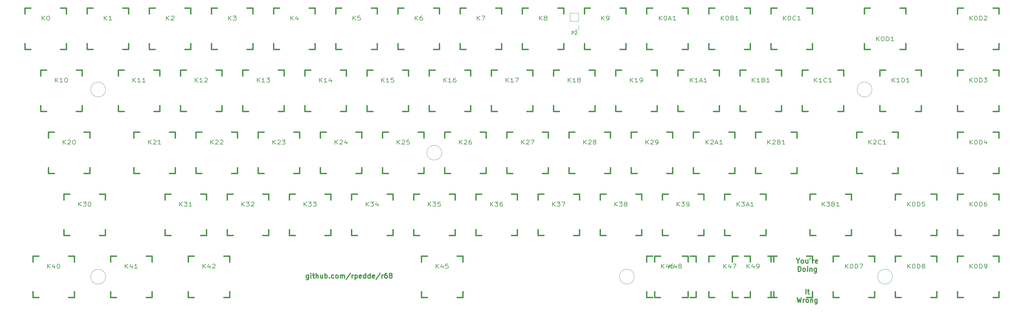
<source format=gto>
G04 #@! TF.FileFunction,Legend,Top*
%FSLAX46Y46*%
G04 Gerber Fmt 4.6, Leading zero omitted, Abs format (unit mm)*
G04 Created by KiCad (PCBNEW 4.0.5+dfsg1-4) date Wed Nov 15 23:16:21 2017*
%MOMM*%
%LPD*%
G01*
G04 APERTURE LIST*
%ADD10C,0.100000*%
%ADD11C,0.300000*%
%ADD12C,0.381000*%
%ADD13C,0.120000*%
%ADD14C,0.203200*%
%ADD15C,0.150000*%
G04 APERTURE END LIST*
D10*
D11*
X271033929Y-133944196D02*
X271033929Y-132444196D01*
X271533929Y-132944196D02*
X272105358Y-132944196D01*
X271748215Y-132444196D02*
X271748215Y-133729911D01*
X271819643Y-133872768D01*
X271962501Y-133944196D01*
X272105358Y-133944196D01*
X268319643Y-134994196D02*
X268676786Y-136494196D01*
X268962500Y-135422768D01*
X269248214Y-136494196D01*
X269605357Y-134994196D01*
X270176786Y-136494196D02*
X270176786Y-135494196D01*
X270176786Y-135779911D02*
X270248214Y-135637054D01*
X270319643Y-135565625D01*
X270462500Y-135494196D01*
X270605357Y-135494196D01*
X271319643Y-136494196D02*
X271176785Y-136422768D01*
X271105357Y-136351339D01*
X271033928Y-136208482D01*
X271033928Y-135779911D01*
X271105357Y-135637054D01*
X271176785Y-135565625D01*
X271319643Y-135494196D01*
X271533928Y-135494196D01*
X271676785Y-135565625D01*
X271748214Y-135637054D01*
X271819643Y-135779911D01*
X271819643Y-136208482D01*
X271748214Y-136351339D01*
X271676785Y-136422768D01*
X271533928Y-136494196D01*
X271319643Y-136494196D01*
X272462500Y-135494196D02*
X272462500Y-136494196D01*
X272462500Y-135637054D02*
X272533928Y-135565625D01*
X272676786Y-135494196D01*
X272891071Y-135494196D01*
X273033928Y-135565625D01*
X273105357Y-135708482D01*
X273105357Y-136494196D01*
X274462500Y-135494196D02*
X274462500Y-136708482D01*
X274391071Y-136851339D01*
X274319643Y-136922768D01*
X274176786Y-136994196D01*
X273962500Y-136994196D01*
X273819643Y-136922768D01*
X274462500Y-136422768D02*
X274319643Y-136494196D01*
X274033929Y-136494196D01*
X273891071Y-136422768D01*
X273819643Y-136351339D01*
X273748214Y-136208482D01*
X273748214Y-135779911D01*
X273819643Y-135637054D01*
X273891071Y-135565625D01*
X274033929Y-135494196D01*
X274319643Y-135494196D01*
X274462500Y-135565625D01*
X268641072Y-123704911D02*
X268641072Y-124419196D01*
X268141072Y-122919196D02*
X268641072Y-123704911D01*
X269141072Y-122919196D01*
X269855358Y-124419196D02*
X269712500Y-124347768D01*
X269641072Y-124276339D01*
X269569643Y-124133482D01*
X269569643Y-123704911D01*
X269641072Y-123562054D01*
X269712500Y-123490625D01*
X269855358Y-123419196D01*
X270069643Y-123419196D01*
X270212500Y-123490625D01*
X270283929Y-123562054D01*
X270355358Y-123704911D01*
X270355358Y-124133482D01*
X270283929Y-124276339D01*
X270212500Y-124347768D01*
X270069643Y-124419196D01*
X269855358Y-124419196D01*
X271641072Y-123419196D02*
X271641072Y-124419196D01*
X270998215Y-123419196D02*
X270998215Y-124204911D01*
X271069643Y-124347768D01*
X271212501Y-124419196D01*
X271426786Y-124419196D01*
X271569643Y-124347768D01*
X271641072Y-124276339D01*
X272426786Y-122919196D02*
X272283929Y-123204911D01*
X273069644Y-124419196D02*
X273069644Y-123419196D01*
X273069644Y-123704911D02*
X273141072Y-123562054D01*
X273212501Y-123490625D01*
X273355358Y-123419196D01*
X273498215Y-123419196D01*
X274569643Y-124347768D02*
X274426786Y-124419196D01*
X274141072Y-124419196D01*
X273998215Y-124347768D01*
X273926786Y-124204911D01*
X273926786Y-123633482D01*
X273998215Y-123490625D01*
X274141072Y-123419196D01*
X274426786Y-123419196D01*
X274569643Y-123490625D01*
X274641072Y-123633482D01*
X274641072Y-123776339D01*
X273926786Y-123919196D01*
X268676786Y-126969196D02*
X268676786Y-125469196D01*
X269033929Y-125469196D01*
X269248214Y-125540625D01*
X269391072Y-125683482D01*
X269462500Y-125826339D01*
X269533929Y-126112054D01*
X269533929Y-126326339D01*
X269462500Y-126612054D01*
X269391072Y-126754911D01*
X269248214Y-126897768D01*
X269033929Y-126969196D01*
X268676786Y-126969196D01*
X270391072Y-126969196D02*
X270248214Y-126897768D01*
X270176786Y-126826339D01*
X270105357Y-126683482D01*
X270105357Y-126254911D01*
X270176786Y-126112054D01*
X270248214Y-126040625D01*
X270391072Y-125969196D01*
X270605357Y-125969196D01*
X270748214Y-126040625D01*
X270819643Y-126112054D01*
X270891072Y-126254911D01*
X270891072Y-126683482D01*
X270819643Y-126826339D01*
X270748214Y-126897768D01*
X270605357Y-126969196D01*
X270391072Y-126969196D01*
X271533929Y-126969196D02*
X271533929Y-125969196D01*
X271533929Y-125469196D02*
X271462500Y-125540625D01*
X271533929Y-125612054D01*
X271605357Y-125540625D01*
X271533929Y-125469196D01*
X271533929Y-125612054D01*
X272248215Y-125969196D02*
X272248215Y-126969196D01*
X272248215Y-126112054D02*
X272319643Y-126040625D01*
X272462501Y-125969196D01*
X272676786Y-125969196D01*
X272819643Y-126040625D01*
X272891072Y-126183482D01*
X272891072Y-126969196D01*
X274248215Y-125969196D02*
X274248215Y-127183482D01*
X274176786Y-127326339D01*
X274105358Y-127397768D01*
X273962501Y-127469196D01*
X273748215Y-127469196D01*
X273605358Y-127397768D01*
X274248215Y-126897768D02*
X274105358Y-126969196D01*
X273819644Y-126969196D01*
X273676786Y-126897768D01*
X273605358Y-126826339D01*
X273533929Y-126683482D01*
X273533929Y-126254911D01*
X273605358Y-126112054D01*
X273676786Y-126040625D01*
X273819644Y-125969196D01*
X274105358Y-125969196D01*
X274248215Y-126040625D01*
X118646429Y-128041071D02*
X118646429Y-129255357D01*
X118575000Y-129398214D01*
X118503572Y-129469643D01*
X118360715Y-129541071D01*
X118146429Y-129541071D01*
X118003572Y-129469643D01*
X118646429Y-128969643D02*
X118503572Y-129041071D01*
X118217858Y-129041071D01*
X118075000Y-128969643D01*
X118003572Y-128898214D01*
X117932143Y-128755357D01*
X117932143Y-128326786D01*
X118003572Y-128183929D01*
X118075000Y-128112500D01*
X118217858Y-128041071D01*
X118503572Y-128041071D01*
X118646429Y-128112500D01*
X119360715Y-129041071D02*
X119360715Y-128041071D01*
X119360715Y-127541071D02*
X119289286Y-127612500D01*
X119360715Y-127683929D01*
X119432143Y-127612500D01*
X119360715Y-127541071D01*
X119360715Y-127683929D01*
X119860715Y-128041071D02*
X120432144Y-128041071D01*
X120075001Y-127541071D02*
X120075001Y-128826786D01*
X120146429Y-128969643D01*
X120289287Y-129041071D01*
X120432144Y-129041071D01*
X120932144Y-129041071D02*
X120932144Y-127541071D01*
X121575001Y-129041071D02*
X121575001Y-128255357D01*
X121503572Y-128112500D01*
X121360715Y-128041071D01*
X121146430Y-128041071D01*
X121003572Y-128112500D01*
X120932144Y-128183929D01*
X122932144Y-128041071D02*
X122932144Y-129041071D01*
X122289287Y-128041071D02*
X122289287Y-128826786D01*
X122360715Y-128969643D01*
X122503573Y-129041071D01*
X122717858Y-129041071D01*
X122860715Y-128969643D01*
X122932144Y-128898214D01*
X123646430Y-129041071D02*
X123646430Y-127541071D01*
X123646430Y-128112500D02*
X123789287Y-128041071D01*
X124075001Y-128041071D01*
X124217858Y-128112500D01*
X124289287Y-128183929D01*
X124360716Y-128326786D01*
X124360716Y-128755357D01*
X124289287Y-128898214D01*
X124217858Y-128969643D01*
X124075001Y-129041071D01*
X123789287Y-129041071D01*
X123646430Y-128969643D01*
X125003573Y-128898214D02*
X125075001Y-128969643D01*
X125003573Y-129041071D01*
X124932144Y-128969643D01*
X125003573Y-128898214D01*
X125003573Y-129041071D01*
X126360716Y-128969643D02*
X126217859Y-129041071D01*
X125932145Y-129041071D01*
X125789287Y-128969643D01*
X125717859Y-128898214D01*
X125646430Y-128755357D01*
X125646430Y-128326786D01*
X125717859Y-128183929D01*
X125789287Y-128112500D01*
X125932145Y-128041071D01*
X126217859Y-128041071D01*
X126360716Y-128112500D01*
X127217859Y-129041071D02*
X127075001Y-128969643D01*
X127003573Y-128898214D01*
X126932144Y-128755357D01*
X126932144Y-128326786D01*
X127003573Y-128183929D01*
X127075001Y-128112500D01*
X127217859Y-128041071D01*
X127432144Y-128041071D01*
X127575001Y-128112500D01*
X127646430Y-128183929D01*
X127717859Y-128326786D01*
X127717859Y-128755357D01*
X127646430Y-128898214D01*
X127575001Y-128969643D01*
X127432144Y-129041071D01*
X127217859Y-129041071D01*
X128360716Y-129041071D02*
X128360716Y-128041071D01*
X128360716Y-128183929D02*
X128432144Y-128112500D01*
X128575002Y-128041071D01*
X128789287Y-128041071D01*
X128932144Y-128112500D01*
X129003573Y-128255357D01*
X129003573Y-129041071D01*
X129003573Y-128255357D02*
X129075002Y-128112500D01*
X129217859Y-128041071D01*
X129432144Y-128041071D01*
X129575002Y-128112500D01*
X129646430Y-128255357D01*
X129646430Y-129041071D01*
X131432144Y-127469643D02*
X130146430Y-129398214D01*
X131932145Y-129041071D02*
X131932145Y-128041071D01*
X131932145Y-128326786D02*
X132003573Y-128183929D01*
X132075002Y-128112500D01*
X132217859Y-128041071D01*
X132360716Y-128041071D01*
X132860716Y-128041071D02*
X132860716Y-129541071D01*
X132860716Y-128112500D02*
X133003573Y-128041071D01*
X133289287Y-128041071D01*
X133432144Y-128112500D01*
X133503573Y-128183929D01*
X133575002Y-128326786D01*
X133575002Y-128755357D01*
X133503573Y-128898214D01*
X133432144Y-128969643D01*
X133289287Y-129041071D01*
X133003573Y-129041071D01*
X132860716Y-128969643D01*
X134789287Y-128969643D02*
X134646430Y-129041071D01*
X134360716Y-129041071D01*
X134217859Y-128969643D01*
X134146430Y-128826786D01*
X134146430Y-128255357D01*
X134217859Y-128112500D01*
X134360716Y-128041071D01*
X134646430Y-128041071D01*
X134789287Y-128112500D01*
X134860716Y-128255357D01*
X134860716Y-128398214D01*
X134146430Y-128541071D01*
X136146430Y-129041071D02*
X136146430Y-127541071D01*
X136146430Y-128969643D02*
X136003573Y-129041071D01*
X135717859Y-129041071D01*
X135575001Y-128969643D01*
X135503573Y-128898214D01*
X135432144Y-128755357D01*
X135432144Y-128326786D01*
X135503573Y-128183929D01*
X135575001Y-128112500D01*
X135717859Y-128041071D01*
X136003573Y-128041071D01*
X136146430Y-128112500D01*
X137503573Y-129041071D02*
X137503573Y-127541071D01*
X137503573Y-128969643D02*
X137360716Y-129041071D01*
X137075002Y-129041071D01*
X136932144Y-128969643D01*
X136860716Y-128898214D01*
X136789287Y-128755357D01*
X136789287Y-128326786D01*
X136860716Y-128183929D01*
X136932144Y-128112500D01*
X137075002Y-128041071D01*
X137360716Y-128041071D01*
X137503573Y-128112500D01*
X138789287Y-128969643D02*
X138646430Y-129041071D01*
X138360716Y-129041071D01*
X138217859Y-128969643D01*
X138146430Y-128826786D01*
X138146430Y-128255357D01*
X138217859Y-128112500D01*
X138360716Y-128041071D01*
X138646430Y-128041071D01*
X138789287Y-128112500D01*
X138860716Y-128255357D01*
X138860716Y-128398214D01*
X138146430Y-128541071D01*
X140575001Y-127469643D02*
X139289287Y-129398214D01*
X141075002Y-129041071D02*
X141075002Y-128041071D01*
X141075002Y-128326786D02*
X141146430Y-128183929D01*
X141217859Y-128112500D01*
X141360716Y-128041071D01*
X141503573Y-128041071D01*
X142646430Y-127541071D02*
X142360716Y-127541071D01*
X142217859Y-127612500D01*
X142146430Y-127683929D01*
X142003573Y-127898214D01*
X141932144Y-128183929D01*
X141932144Y-128755357D01*
X142003573Y-128898214D01*
X142075001Y-128969643D01*
X142217859Y-129041071D01*
X142503573Y-129041071D01*
X142646430Y-128969643D01*
X142717859Y-128898214D01*
X142789287Y-128755357D01*
X142789287Y-128398214D01*
X142717859Y-128255357D01*
X142646430Y-128183929D01*
X142503573Y-128112500D01*
X142217859Y-128112500D01*
X142075001Y-128183929D01*
X142003573Y-128255357D01*
X141932144Y-128398214D01*
X143646430Y-128183929D02*
X143503572Y-128112500D01*
X143432144Y-128041071D01*
X143360715Y-127898214D01*
X143360715Y-127826786D01*
X143432144Y-127683929D01*
X143503572Y-127612500D01*
X143646430Y-127541071D01*
X143932144Y-127541071D01*
X144075001Y-127612500D01*
X144146430Y-127683929D01*
X144217858Y-127826786D01*
X144217858Y-127898214D01*
X144146430Y-128041071D01*
X144075001Y-128112500D01*
X143932144Y-128183929D01*
X143646430Y-128183929D01*
X143503572Y-128255357D01*
X143432144Y-128326786D01*
X143360715Y-128469643D01*
X143360715Y-128755357D01*
X143432144Y-128898214D01*
X143503572Y-128969643D01*
X143646430Y-129041071D01*
X143932144Y-129041071D01*
X144075001Y-128969643D01*
X144146430Y-128898214D01*
X144217858Y-128755357D01*
X144217858Y-128469643D01*
X144146430Y-128326786D01*
X144075001Y-128255357D01*
X143932144Y-128183929D01*
D12*
X44450000Y-58737500D02*
X42672000Y-58737500D01*
X33528000Y-58737500D02*
X31750000Y-58737500D01*
X31750000Y-58737500D02*
X31750000Y-56959500D01*
X31750000Y-47815500D02*
X31750000Y-46037500D01*
X31750000Y-46037500D02*
X33528000Y-46037500D01*
X42672000Y-46037500D02*
X44450000Y-46037500D01*
X44450000Y-46037500D02*
X44450000Y-47815500D01*
X44450000Y-56959500D02*
X44450000Y-58737500D01*
D13*
X297561240Y-128587459D02*
G75*
G03X297561240Y-128587459I-2286000J0D01*
G01*
X291286240Y-71087459D02*
G75*
G03X291286240Y-71087459I-2286000J0D01*
G01*
X218461240Y-128587459D02*
G75*
G03X218461240Y-128587459I-2286000J0D01*
G01*
X159436240Y-90487459D02*
G75*
G03X159436240Y-90487459I-2286000J0D01*
G01*
X56436240Y-128587459D02*
G75*
G03X56436240Y-128587459I-2286000J0D01*
G01*
D12*
X215900000Y-58737500D02*
X214122000Y-58737500D01*
X204978000Y-58737500D02*
X203200000Y-58737500D01*
X203200000Y-58737500D02*
X203200000Y-56959500D01*
X203200000Y-47815500D02*
X203200000Y-46037500D01*
X203200000Y-46037500D02*
X204978000Y-46037500D01*
X214122000Y-46037500D02*
X215900000Y-46037500D01*
X215900000Y-46037500D02*
X215900000Y-47815500D01*
X215900000Y-56959500D02*
X215900000Y-58737500D01*
X49212500Y-77787500D02*
X47434500Y-77787500D01*
X38290500Y-77787500D02*
X36512500Y-77787500D01*
X36512500Y-77787500D02*
X36512500Y-76009500D01*
X36512500Y-66865500D02*
X36512500Y-65087500D01*
X36512500Y-65087500D02*
X38290500Y-65087500D01*
X47434500Y-65087500D02*
X49212500Y-65087500D01*
X49212500Y-65087500D02*
X49212500Y-66865500D01*
X49212500Y-76009500D02*
X49212500Y-77787500D01*
X273050000Y-134937500D02*
X271272000Y-134937500D01*
X262128000Y-134937500D02*
X260350000Y-134937500D01*
X260350000Y-134937500D02*
X260350000Y-133159500D01*
X260350000Y-124015500D02*
X260350000Y-122237500D01*
X260350000Y-122237500D02*
X262128000Y-122237500D01*
X271272000Y-122237500D02*
X273050000Y-122237500D01*
X273050000Y-122237500D02*
X273050000Y-124015500D01*
X273050000Y-133159500D02*
X273050000Y-134937500D01*
X63500000Y-58737500D02*
X61722000Y-58737500D01*
X52578000Y-58737500D02*
X50800000Y-58737500D01*
X50800000Y-58737500D02*
X50800000Y-56959500D01*
X50800000Y-47815500D02*
X50800000Y-46037500D01*
X50800000Y-46037500D02*
X52578000Y-46037500D01*
X61722000Y-46037500D02*
X63500000Y-46037500D01*
X63500000Y-46037500D02*
X63500000Y-47815500D01*
X63500000Y-56959500D02*
X63500000Y-58737500D01*
X165893750Y-134937500D02*
X164115750Y-134937500D01*
X154971750Y-134937500D02*
X153193750Y-134937500D01*
X153193750Y-134937500D02*
X153193750Y-133159500D01*
X153193750Y-124015500D02*
X153193750Y-122237500D01*
X153193750Y-122237500D02*
X154971750Y-122237500D01*
X164115750Y-122237500D02*
X165893750Y-122237500D01*
X165893750Y-122237500D02*
X165893750Y-124015500D01*
X165893750Y-133159500D02*
X165893750Y-134937500D01*
X87312500Y-115887500D02*
X85534500Y-115887500D01*
X76390500Y-115887500D02*
X74612500Y-115887500D01*
X74612500Y-115887500D02*
X74612500Y-114109500D01*
X74612500Y-104965500D02*
X74612500Y-103187500D01*
X74612500Y-103187500D02*
X76390500Y-103187500D01*
X85534500Y-103187500D02*
X87312500Y-103187500D01*
X87312500Y-103187500D02*
X87312500Y-104965500D01*
X87312500Y-114109500D02*
X87312500Y-115887500D01*
X299243750Y-96837500D02*
X297465750Y-96837500D01*
X288321750Y-96837500D02*
X286543750Y-96837500D01*
X286543750Y-96837500D02*
X286543750Y-95059500D01*
X286543750Y-85915500D02*
X286543750Y-84137500D01*
X286543750Y-84137500D02*
X288321750Y-84137500D01*
X297465750Y-84137500D02*
X299243750Y-84137500D01*
X299243750Y-84137500D02*
X299243750Y-85915500D01*
X299243750Y-95059500D02*
X299243750Y-96837500D01*
X125412500Y-115887500D02*
X123634500Y-115887500D01*
X114490500Y-115887500D02*
X112712500Y-115887500D01*
X112712500Y-115887500D02*
X112712500Y-114109500D01*
X112712500Y-104965500D02*
X112712500Y-103187500D01*
X112712500Y-103187500D02*
X114490500Y-103187500D01*
X123634500Y-103187500D02*
X125412500Y-103187500D01*
X125412500Y-103187500D02*
X125412500Y-104965500D01*
X125412500Y-114109500D02*
X125412500Y-115887500D01*
X94456250Y-134937500D02*
X92678250Y-134937500D01*
X83534250Y-134937500D02*
X81756250Y-134937500D01*
X81756250Y-134937500D02*
X81756250Y-133159500D01*
X81756250Y-124015500D02*
X81756250Y-122237500D01*
X81756250Y-122237500D02*
X83534250Y-122237500D01*
X92678250Y-122237500D02*
X94456250Y-122237500D01*
X94456250Y-122237500D02*
X94456250Y-124015500D01*
X94456250Y-133159500D02*
X94456250Y-134937500D01*
X177800000Y-58737500D02*
X176022000Y-58737500D01*
X166878000Y-58737500D02*
X165100000Y-58737500D01*
X165100000Y-58737500D02*
X165100000Y-56959500D01*
X165100000Y-47815500D02*
X165100000Y-46037500D01*
X165100000Y-46037500D02*
X166878000Y-46037500D01*
X176022000Y-46037500D02*
X177800000Y-46037500D01*
X177800000Y-46037500D02*
X177800000Y-47815500D01*
X177800000Y-56959500D02*
X177800000Y-58737500D01*
X82550000Y-58737500D02*
X80772000Y-58737500D01*
X71628000Y-58737500D02*
X69850000Y-58737500D01*
X69850000Y-58737500D02*
X69850000Y-56959500D01*
X69850000Y-47815500D02*
X69850000Y-46037500D01*
X69850000Y-46037500D02*
X71628000Y-46037500D01*
X80772000Y-46037500D02*
X82550000Y-46037500D01*
X82550000Y-46037500D02*
X82550000Y-47815500D01*
X82550000Y-56959500D02*
X82550000Y-58737500D01*
X234950000Y-58737500D02*
X233172000Y-58737500D01*
X224028000Y-58737500D02*
X222250000Y-58737500D01*
X222250000Y-58737500D02*
X222250000Y-56959500D01*
X222250000Y-47815500D02*
X222250000Y-46037500D01*
X222250000Y-46037500D02*
X224028000Y-46037500D01*
X233172000Y-46037500D02*
X234950000Y-46037500D01*
X234950000Y-46037500D02*
X234950000Y-47815500D01*
X234950000Y-56959500D02*
X234950000Y-58737500D01*
X254000000Y-58737500D02*
X252222000Y-58737500D01*
X243078000Y-58737500D02*
X241300000Y-58737500D01*
X241300000Y-58737500D02*
X241300000Y-56959500D01*
X241300000Y-47815500D02*
X241300000Y-46037500D01*
X241300000Y-46037500D02*
X243078000Y-46037500D01*
X252222000Y-46037500D02*
X254000000Y-46037500D01*
X254000000Y-46037500D02*
X254000000Y-47815500D01*
X254000000Y-56959500D02*
X254000000Y-58737500D01*
X273050000Y-58737500D02*
X271272000Y-58737500D01*
X262128000Y-58737500D02*
X260350000Y-58737500D01*
X260350000Y-58737500D02*
X260350000Y-56959500D01*
X260350000Y-47815500D02*
X260350000Y-46037500D01*
X260350000Y-46037500D02*
X262128000Y-46037500D01*
X271272000Y-46037500D02*
X273050000Y-46037500D01*
X273050000Y-46037500D02*
X273050000Y-47815500D01*
X273050000Y-56959500D02*
X273050000Y-58737500D01*
X288925000Y-46037500D02*
X290703000Y-46037500D01*
X299847000Y-46037500D02*
X301625000Y-46037500D01*
X301625000Y-46037500D02*
X301625000Y-47815500D01*
X301625000Y-56959500D02*
X301625000Y-58737500D01*
X301625000Y-58737500D02*
X299847000Y-58737500D01*
X290703000Y-58737500D02*
X288925000Y-58737500D01*
X288925000Y-58737500D02*
X288925000Y-56959500D01*
X288925000Y-47815500D02*
X288925000Y-46037500D01*
X244475000Y-77787500D02*
X242697000Y-77787500D01*
X233553000Y-77787500D02*
X231775000Y-77787500D01*
X231775000Y-77787500D02*
X231775000Y-76009500D01*
X231775000Y-66865500D02*
X231775000Y-65087500D01*
X231775000Y-65087500D02*
X233553000Y-65087500D01*
X242697000Y-65087500D02*
X244475000Y-65087500D01*
X244475000Y-65087500D02*
X244475000Y-66865500D01*
X244475000Y-76009500D02*
X244475000Y-77787500D01*
X263525000Y-77787500D02*
X261747000Y-77787500D01*
X252603000Y-77787500D02*
X250825000Y-77787500D01*
X250825000Y-77787500D02*
X250825000Y-76009500D01*
X250825000Y-66865500D02*
X250825000Y-65087500D01*
X250825000Y-65087500D02*
X252603000Y-65087500D01*
X261747000Y-65087500D02*
X263525000Y-65087500D01*
X263525000Y-65087500D02*
X263525000Y-66865500D01*
X263525000Y-76009500D02*
X263525000Y-77787500D01*
X282575000Y-77787500D02*
X280797000Y-77787500D01*
X271653000Y-77787500D02*
X269875000Y-77787500D01*
X269875000Y-77787500D02*
X269875000Y-76009500D01*
X269875000Y-66865500D02*
X269875000Y-65087500D01*
X269875000Y-65087500D02*
X271653000Y-65087500D01*
X280797000Y-65087500D02*
X282575000Y-65087500D01*
X282575000Y-65087500D02*
X282575000Y-66865500D01*
X282575000Y-76009500D02*
X282575000Y-77787500D01*
X306387500Y-77787500D02*
X304609500Y-77787500D01*
X295465500Y-77787500D02*
X293687500Y-77787500D01*
X293687500Y-77787500D02*
X293687500Y-76009500D01*
X293687500Y-66865500D02*
X293687500Y-65087500D01*
X293687500Y-65087500D02*
X295465500Y-65087500D01*
X304609500Y-65087500D02*
X306387500Y-65087500D01*
X306387500Y-65087500D02*
X306387500Y-66865500D01*
X306387500Y-76009500D02*
X306387500Y-77787500D01*
X249237500Y-96837500D02*
X247459500Y-96837500D01*
X238315500Y-96837500D02*
X236537500Y-96837500D01*
X236537500Y-96837500D02*
X236537500Y-95059500D01*
X236537500Y-85915500D02*
X236537500Y-84137500D01*
X236537500Y-84137500D02*
X238315500Y-84137500D01*
X247459500Y-84137500D02*
X249237500Y-84137500D01*
X249237500Y-84137500D02*
X249237500Y-85915500D01*
X249237500Y-95059500D02*
X249237500Y-96837500D01*
X268287500Y-96837500D02*
X266509500Y-96837500D01*
X257365500Y-96837500D02*
X255587500Y-96837500D01*
X255587500Y-96837500D02*
X255587500Y-95059500D01*
X255587500Y-85915500D02*
X255587500Y-84137500D01*
X255587500Y-84137500D02*
X257365500Y-84137500D01*
X266509500Y-84137500D02*
X268287500Y-84137500D01*
X268287500Y-84137500D02*
X268287500Y-85915500D01*
X268287500Y-95059500D02*
X268287500Y-96837500D01*
X101600000Y-58737500D02*
X99822000Y-58737500D01*
X90678000Y-58737500D02*
X88900000Y-58737500D01*
X88900000Y-58737500D02*
X88900000Y-56959500D01*
X88900000Y-47815500D02*
X88900000Y-46037500D01*
X88900000Y-46037500D02*
X90678000Y-46037500D01*
X99822000Y-46037500D02*
X101600000Y-46037500D01*
X101600000Y-46037500D02*
X101600000Y-47815500D01*
X101600000Y-56959500D02*
X101600000Y-58737500D01*
X258762500Y-115887500D02*
X256984500Y-115887500D01*
X247840500Y-115887500D02*
X246062500Y-115887500D01*
X246062500Y-115887500D02*
X246062500Y-114109500D01*
X246062500Y-104965500D02*
X246062500Y-103187500D01*
X246062500Y-103187500D02*
X247840500Y-103187500D01*
X256984500Y-103187500D02*
X258762500Y-103187500D01*
X258762500Y-103187500D02*
X258762500Y-104965500D01*
X258762500Y-114109500D02*
X258762500Y-115887500D01*
X120650000Y-58737500D02*
X118872000Y-58737500D01*
X109728000Y-58737500D02*
X107950000Y-58737500D01*
X107950000Y-58737500D02*
X107950000Y-56959500D01*
X107950000Y-47815500D02*
X107950000Y-46037500D01*
X107950000Y-46037500D02*
X109728000Y-46037500D01*
X118872000Y-46037500D02*
X120650000Y-46037500D01*
X120650000Y-46037500D02*
X120650000Y-47815500D01*
X120650000Y-56959500D02*
X120650000Y-58737500D01*
X139700000Y-58737500D02*
X137922000Y-58737500D01*
X128778000Y-58737500D02*
X127000000Y-58737500D01*
X127000000Y-58737500D02*
X127000000Y-56959500D01*
X127000000Y-47815500D02*
X127000000Y-46037500D01*
X127000000Y-46037500D02*
X128778000Y-46037500D01*
X137922000Y-46037500D02*
X139700000Y-46037500D01*
X139700000Y-46037500D02*
X139700000Y-47815500D01*
X139700000Y-56959500D02*
X139700000Y-58737500D01*
X158750000Y-58737500D02*
X156972000Y-58737500D01*
X147828000Y-58737500D02*
X146050000Y-58737500D01*
X146050000Y-58737500D02*
X146050000Y-56959500D01*
X146050000Y-47815500D02*
X146050000Y-46037500D01*
X146050000Y-46037500D02*
X147828000Y-46037500D01*
X156972000Y-46037500D02*
X158750000Y-46037500D01*
X158750000Y-46037500D02*
X158750000Y-47815500D01*
X158750000Y-56959500D02*
X158750000Y-58737500D01*
X196850000Y-58737500D02*
X195072000Y-58737500D01*
X185928000Y-58737500D02*
X184150000Y-58737500D01*
X184150000Y-58737500D02*
X184150000Y-56959500D01*
X184150000Y-47815500D02*
X184150000Y-46037500D01*
X184150000Y-46037500D02*
X185928000Y-46037500D01*
X195072000Y-46037500D02*
X196850000Y-46037500D01*
X196850000Y-46037500D02*
X196850000Y-47815500D01*
X196850000Y-56959500D02*
X196850000Y-58737500D01*
X73025000Y-77787500D02*
X71247000Y-77787500D01*
X62103000Y-77787500D02*
X60325000Y-77787500D01*
X60325000Y-77787500D02*
X60325000Y-76009500D01*
X60325000Y-66865500D02*
X60325000Y-65087500D01*
X60325000Y-65087500D02*
X62103000Y-65087500D01*
X71247000Y-65087500D02*
X73025000Y-65087500D01*
X73025000Y-65087500D02*
X73025000Y-66865500D01*
X73025000Y-76009500D02*
X73025000Y-77787500D01*
X92075000Y-77787500D02*
X90297000Y-77787500D01*
X81153000Y-77787500D02*
X79375000Y-77787500D01*
X79375000Y-77787500D02*
X79375000Y-76009500D01*
X79375000Y-66865500D02*
X79375000Y-65087500D01*
X79375000Y-65087500D02*
X81153000Y-65087500D01*
X90297000Y-65087500D02*
X92075000Y-65087500D01*
X92075000Y-65087500D02*
X92075000Y-66865500D01*
X92075000Y-76009500D02*
X92075000Y-77787500D01*
X111125000Y-77787500D02*
X109347000Y-77787500D01*
X100203000Y-77787500D02*
X98425000Y-77787500D01*
X98425000Y-77787500D02*
X98425000Y-76009500D01*
X98425000Y-66865500D02*
X98425000Y-65087500D01*
X98425000Y-65087500D02*
X100203000Y-65087500D01*
X109347000Y-65087500D02*
X111125000Y-65087500D01*
X111125000Y-65087500D02*
X111125000Y-66865500D01*
X111125000Y-76009500D02*
X111125000Y-77787500D01*
X130175000Y-77787500D02*
X128397000Y-77787500D01*
X119253000Y-77787500D02*
X117475000Y-77787500D01*
X117475000Y-77787500D02*
X117475000Y-76009500D01*
X117475000Y-66865500D02*
X117475000Y-65087500D01*
X117475000Y-65087500D02*
X119253000Y-65087500D01*
X128397000Y-65087500D02*
X130175000Y-65087500D01*
X130175000Y-65087500D02*
X130175000Y-66865500D01*
X130175000Y-76009500D02*
X130175000Y-77787500D01*
X149225000Y-77787500D02*
X147447000Y-77787500D01*
X138303000Y-77787500D02*
X136525000Y-77787500D01*
X136525000Y-77787500D02*
X136525000Y-76009500D01*
X136525000Y-66865500D02*
X136525000Y-65087500D01*
X136525000Y-65087500D02*
X138303000Y-65087500D01*
X147447000Y-65087500D02*
X149225000Y-65087500D01*
X149225000Y-65087500D02*
X149225000Y-66865500D01*
X149225000Y-76009500D02*
X149225000Y-77787500D01*
X168275000Y-77787500D02*
X166497000Y-77787500D01*
X157353000Y-77787500D02*
X155575000Y-77787500D01*
X155575000Y-77787500D02*
X155575000Y-76009500D01*
X155575000Y-66865500D02*
X155575000Y-65087500D01*
X155575000Y-65087500D02*
X157353000Y-65087500D01*
X166497000Y-65087500D02*
X168275000Y-65087500D01*
X168275000Y-65087500D02*
X168275000Y-66865500D01*
X168275000Y-76009500D02*
X168275000Y-77787500D01*
X187325000Y-77787500D02*
X185547000Y-77787500D01*
X176403000Y-77787500D02*
X174625000Y-77787500D01*
X174625000Y-77787500D02*
X174625000Y-76009500D01*
X174625000Y-66865500D02*
X174625000Y-65087500D01*
X174625000Y-65087500D02*
X176403000Y-65087500D01*
X185547000Y-65087500D02*
X187325000Y-65087500D01*
X187325000Y-65087500D02*
X187325000Y-66865500D01*
X187325000Y-76009500D02*
X187325000Y-77787500D01*
X206375000Y-77787500D02*
X204597000Y-77787500D01*
X195453000Y-77787500D02*
X193675000Y-77787500D01*
X193675000Y-77787500D02*
X193675000Y-76009500D01*
X193675000Y-66865500D02*
X193675000Y-65087500D01*
X193675000Y-65087500D02*
X195453000Y-65087500D01*
X204597000Y-65087500D02*
X206375000Y-65087500D01*
X206375000Y-65087500D02*
X206375000Y-66865500D01*
X206375000Y-76009500D02*
X206375000Y-77787500D01*
X225425000Y-77787500D02*
X223647000Y-77787500D01*
X214503000Y-77787500D02*
X212725000Y-77787500D01*
X212725000Y-77787500D02*
X212725000Y-76009500D01*
X212725000Y-66865500D02*
X212725000Y-65087500D01*
X212725000Y-65087500D02*
X214503000Y-65087500D01*
X223647000Y-65087500D02*
X225425000Y-65087500D01*
X225425000Y-65087500D02*
X225425000Y-66865500D01*
X225425000Y-76009500D02*
X225425000Y-77787500D01*
X51593750Y-96837500D02*
X49815750Y-96837500D01*
X40671750Y-96837500D02*
X38893750Y-96837500D01*
X38893750Y-96837500D02*
X38893750Y-95059500D01*
X38893750Y-85915500D02*
X38893750Y-84137500D01*
X38893750Y-84137500D02*
X40671750Y-84137500D01*
X49815750Y-84137500D02*
X51593750Y-84137500D01*
X51593750Y-84137500D02*
X51593750Y-85915500D01*
X51593750Y-95059500D02*
X51593750Y-96837500D01*
X77787500Y-96837500D02*
X76009500Y-96837500D01*
X66865500Y-96837500D02*
X65087500Y-96837500D01*
X65087500Y-96837500D02*
X65087500Y-95059500D01*
X65087500Y-85915500D02*
X65087500Y-84137500D01*
X65087500Y-84137500D02*
X66865500Y-84137500D01*
X76009500Y-84137500D02*
X77787500Y-84137500D01*
X77787500Y-84137500D02*
X77787500Y-85915500D01*
X77787500Y-95059500D02*
X77787500Y-96837500D01*
X96837500Y-96837500D02*
X95059500Y-96837500D01*
X85915500Y-96837500D02*
X84137500Y-96837500D01*
X84137500Y-96837500D02*
X84137500Y-95059500D01*
X84137500Y-85915500D02*
X84137500Y-84137500D01*
X84137500Y-84137500D02*
X85915500Y-84137500D01*
X95059500Y-84137500D02*
X96837500Y-84137500D01*
X96837500Y-84137500D02*
X96837500Y-85915500D01*
X96837500Y-95059500D02*
X96837500Y-96837500D01*
X115887500Y-96837500D02*
X114109500Y-96837500D01*
X104965500Y-96837500D02*
X103187500Y-96837500D01*
X103187500Y-96837500D02*
X103187500Y-95059500D01*
X103187500Y-85915500D02*
X103187500Y-84137500D01*
X103187500Y-84137500D02*
X104965500Y-84137500D01*
X114109500Y-84137500D02*
X115887500Y-84137500D01*
X115887500Y-84137500D02*
X115887500Y-85915500D01*
X115887500Y-95059500D02*
X115887500Y-96837500D01*
X134937500Y-96837500D02*
X133159500Y-96837500D01*
X124015500Y-96837500D02*
X122237500Y-96837500D01*
X122237500Y-96837500D02*
X122237500Y-95059500D01*
X122237500Y-85915500D02*
X122237500Y-84137500D01*
X122237500Y-84137500D02*
X124015500Y-84137500D01*
X133159500Y-84137500D02*
X134937500Y-84137500D01*
X134937500Y-84137500D02*
X134937500Y-85915500D01*
X134937500Y-95059500D02*
X134937500Y-96837500D01*
X153987500Y-96837500D02*
X152209500Y-96837500D01*
X143065500Y-96837500D02*
X141287500Y-96837500D01*
X141287500Y-96837500D02*
X141287500Y-95059500D01*
X141287500Y-85915500D02*
X141287500Y-84137500D01*
X141287500Y-84137500D02*
X143065500Y-84137500D01*
X152209500Y-84137500D02*
X153987500Y-84137500D01*
X153987500Y-84137500D02*
X153987500Y-85915500D01*
X153987500Y-95059500D02*
X153987500Y-96837500D01*
X173037500Y-96837500D02*
X171259500Y-96837500D01*
X162115500Y-96837500D02*
X160337500Y-96837500D01*
X160337500Y-96837500D02*
X160337500Y-95059500D01*
X160337500Y-85915500D02*
X160337500Y-84137500D01*
X160337500Y-84137500D02*
X162115500Y-84137500D01*
X171259500Y-84137500D02*
X173037500Y-84137500D01*
X173037500Y-84137500D02*
X173037500Y-85915500D01*
X173037500Y-95059500D02*
X173037500Y-96837500D01*
X192087500Y-96837500D02*
X190309500Y-96837500D01*
X181165500Y-96837500D02*
X179387500Y-96837500D01*
X179387500Y-96837500D02*
X179387500Y-95059500D01*
X179387500Y-85915500D02*
X179387500Y-84137500D01*
X179387500Y-84137500D02*
X181165500Y-84137500D01*
X190309500Y-84137500D02*
X192087500Y-84137500D01*
X192087500Y-84137500D02*
X192087500Y-85915500D01*
X192087500Y-95059500D02*
X192087500Y-96837500D01*
X211137500Y-96837500D02*
X209359500Y-96837500D01*
X200215500Y-96837500D02*
X198437500Y-96837500D01*
X198437500Y-96837500D02*
X198437500Y-95059500D01*
X198437500Y-85915500D02*
X198437500Y-84137500D01*
X198437500Y-84137500D02*
X200215500Y-84137500D01*
X209359500Y-84137500D02*
X211137500Y-84137500D01*
X211137500Y-84137500D02*
X211137500Y-85915500D01*
X211137500Y-95059500D02*
X211137500Y-96837500D01*
X230187500Y-96837500D02*
X228409500Y-96837500D01*
X219265500Y-96837500D02*
X217487500Y-96837500D01*
X217487500Y-96837500D02*
X217487500Y-95059500D01*
X217487500Y-85915500D02*
X217487500Y-84137500D01*
X217487500Y-84137500D02*
X219265500Y-84137500D01*
X228409500Y-84137500D02*
X230187500Y-84137500D01*
X230187500Y-84137500D02*
X230187500Y-85915500D01*
X230187500Y-95059500D02*
X230187500Y-96837500D01*
X106362500Y-115887500D02*
X104584500Y-115887500D01*
X95440500Y-115887500D02*
X93662500Y-115887500D01*
X93662500Y-115887500D02*
X93662500Y-114109500D01*
X93662500Y-104965500D02*
X93662500Y-103187500D01*
X93662500Y-103187500D02*
X95440500Y-103187500D01*
X104584500Y-103187500D02*
X106362500Y-103187500D01*
X106362500Y-103187500D02*
X106362500Y-104965500D01*
X106362500Y-114109500D02*
X106362500Y-115887500D01*
X144462500Y-115887500D02*
X142684500Y-115887500D01*
X133540500Y-115887500D02*
X131762500Y-115887500D01*
X131762500Y-115887500D02*
X131762500Y-114109500D01*
X131762500Y-104965500D02*
X131762500Y-103187500D01*
X131762500Y-103187500D02*
X133540500Y-103187500D01*
X142684500Y-103187500D02*
X144462500Y-103187500D01*
X144462500Y-103187500D02*
X144462500Y-104965500D01*
X144462500Y-114109500D02*
X144462500Y-115887500D01*
X163512500Y-115887500D02*
X161734500Y-115887500D01*
X152590500Y-115887500D02*
X150812500Y-115887500D01*
X150812500Y-115887500D02*
X150812500Y-114109500D01*
X150812500Y-104965500D02*
X150812500Y-103187500D01*
X150812500Y-103187500D02*
X152590500Y-103187500D01*
X161734500Y-103187500D02*
X163512500Y-103187500D01*
X163512500Y-103187500D02*
X163512500Y-104965500D01*
X163512500Y-114109500D02*
X163512500Y-115887500D01*
X182562500Y-115887500D02*
X180784500Y-115887500D01*
X171640500Y-115887500D02*
X169862500Y-115887500D01*
X169862500Y-115887500D02*
X169862500Y-114109500D01*
X169862500Y-104965500D02*
X169862500Y-103187500D01*
X169862500Y-103187500D02*
X171640500Y-103187500D01*
X180784500Y-103187500D02*
X182562500Y-103187500D01*
X182562500Y-103187500D02*
X182562500Y-104965500D01*
X182562500Y-114109500D02*
X182562500Y-115887500D01*
X201612500Y-115887500D02*
X199834500Y-115887500D01*
X190690500Y-115887500D02*
X188912500Y-115887500D01*
X188912500Y-115887500D02*
X188912500Y-114109500D01*
X188912500Y-104965500D02*
X188912500Y-103187500D01*
X188912500Y-103187500D02*
X190690500Y-103187500D01*
X199834500Y-103187500D02*
X201612500Y-103187500D01*
X201612500Y-103187500D02*
X201612500Y-104965500D01*
X201612500Y-114109500D02*
X201612500Y-115887500D01*
X220662500Y-115887500D02*
X218884500Y-115887500D01*
X209740500Y-115887500D02*
X207962500Y-115887500D01*
X207962500Y-115887500D02*
X207962500Y-114109500D01*
X207962500Y-104965500D02*
X207962500Y-103187500D01*
X207962500Y-103187500D02*
X209740500Y-103187500D01*
X218884500Y-103187500D02*
X220662500Y-103187500D01*
X220662500Y-103187500D02*
X220662500Y-104965500D01*
X220662500Y-114109500D02*
X220662500Y-115887500D01*
X239712500Y-115887500D02*
X237934500Y-115887500D01*
X228790500Y-115887500D02*
X227012500Y-115887500D01*
X227012500Y-115887500D02*
X227012500Y-114109500D01*
X227012500Y-104965500D02*
X227012500Y-103187500D01*
X227012500Y-103187500D02*
X228790500Y-103187500D01*
X237934500Y-103187500D02*
X239712500Y-103187500D01*
X239712500Y-103187500D02*
X239712500Y-104965500D01*
X239712500Y-114109500D02*
X239712500Y-115887500D01*
X46831250Y-134937500D02*
X45053250Y-134937500D01*
X35909250Y-134937500D02*
X34131250Y-134937500D01*
X34131250Y-134937500D02*
X34131250Y-133159500D01*
X34131250Y-124015500D02*
X34131250Y-122237500D01*
X34131250Y-122237500D02*
X35909250Y-122237500D01*
X45053250Y-122237500D02*
X46831250Y-122237500D01*
X46831250Y-122237500D02*
X46831250Y-124015500D01*
X46831250Y-133159500D02*
X46831250Y-134937500D01*
X70643750Y-134937500D02*
X68865750Y-134937500D01*
X59721750Y-134937500D02*
X57943750Y-134937500D01*
X57943750Y-134937500D02*
X57943750Y-133159500D01*
X57943750Y-124015500D02*
X57943750Y-122237500D01*
X57943750Y-122237500D02*
X59721750Y-122237500D01*
X68865750Y-122237500D02*
X70643750Y-122237500D01*
X70643750Y-122237500D02*
X70643750Y-124015500D01*
X70643750Y-133159500D02*
X70643750Y-134937500D01*
X56356250Y-115887500D02*
X54578250Y-115887500D01*
X45434250Y-115887500D02*
X43656250Y-115887500D01*
X43656250Y-115887500D02*
X43656250Y-114109500D01*
X43656250Y-104965500D02*
X43656250Y-103187500D01*
X43656250Y-103187500D02*
X45434250Y-103187500D01*
X54578250Y-103187500D02*
X56356250Y-103187500D01*
X56356250Y-103187500D02*
X56356250Y-104965500D01*
X56356250Y-114109500D02*
X56356250Y-115887500D01*
X237331250Y-134937500D02*
X235553250Y-134937500D01*
X226409250Y-134937500D02*
X224631250Y-134937500D01*
X224631250Y-134937500D02*
X224631250Y-133159500D01*
X224631250Y-124015500D02*
X224631250Y-122237500D01*
X224631250Y-122237500D02*
X226409250Y-122237500D01*
X235553250Y-122237500D02*
X237331250Y-122237500D01*
X237331250Y-122237500D02*
X237331250Y-124015500D01*
X237331250Y-133159500D02*
X237331250Y-134937500D01*
X261143750Y-134937500D02*
X259365750Y-134937500D01*
X250221750Y-134937500D02*
X248443750Y-134937500D01*
X248443750Y-134937500D02*
X248443750Y-133159500D01*
X248443750Y-124015500D02*
X248443750Y-122237500D01*
X248443750Y-122237500D02*
X250221750Y-122237500D01*
X259365750Y-122237500D02*
X261143750Y-122237500D01*
X261143750Y-122237500D02*
X261143750Y-124015500D01*
X261143750Y-133159500D02*
X261143750Y-134937500D01*
D13*
X201405000Y-50132500D02*
X201405000Y-47532500D01*
X201405000Y-47532500D02*
X198745000Y-47532500D01*
X198745000Y-47532500D02*
X198745000Y-50132500D01*
X198745000Y-50132500D02*
X201405000Y-50132500D01*
X201405000Y-51402500D02*
X201405000Y-52732500D01*
X201405000Y-52732500D02*
X200075000Y-52732500D01*
D12*
X330200000Y-58737500D02*
X328422000Y-58737500D01*
X319278000Y-58737500D02*
X317500000Y-58737500D01*
X317500000Y-58737500D02*
X317500000Y-56959500D01*
X317500000Y-47815500D02*
X317500000Y-46037500D01*
X317500000Y-46037500D02*
X319278000Y-46037500D01*
X328422000Y-46037500D02*
X330200000Y-46037500D01*
X330200000Y-46037500D02*
X330200000Y-47815500D01*
X330200000Y-56959500D02*
X330200000Y-58737500D01*
X330200000Y-77787500D02*
X328422000Y-77787500D01*
X319278000Y-77787500D02*
X317500000Y-77787500D01*
X317500000Y-77787500D02*
X317500000Y-76009500D01*
X317500000Y-66865500D02*
X317500000Y-65087500D01*
X317500000Y-65087500D02*
X319278000Y-65087500D01*
X328422000Y-65087500D02*
X330200000Y-65087500D01*
X330200000Y-65087500D02*
X330200000Y-66865500D01*
X330200000Y-76009500D02*
X330200000Y-77787500D01*
X330200000Y-96837500D02*
X328422000Y-96837500D01*
X319278000Y-96837500D02*
X317500000Y-96837500D01*
X317500000Y-96837500D02*
X317500000Y-95059500D01*
X317500000Y-85915500D02*
X317500000Y-84137500D01*
X317500000Y-84137500D02*
X319278000Y-84137500D01*
X328422000Y-84137500D02*
X330200000Y-84137500D01*
X330200000Y-84137500D02*
X330200000Y-85915500D01*
X330200000Y-95059500D02*
X330200000Y-96837500D01*
X311150000Y-115887500D02*
X309372000Y-115887500D01*
X300228000Y-115887500D02*
X298450000Y-115887500D01*
X298450000Y-115887500D02*
X298450000Y-114109500D01*
X298450000Y-104965500D02*
X298450000Y-103187500D01*
X298450000Y-103187500D02*
X300228000Y-103187500D01*
X309372000Y-103187500D02*
X311150000Y-103187500D01*
X311150000Y-103187500D02*
X311150000Y-104965500D01*
X311150000Y-114109500D02*
X311150000Y-115887500D01*
X330200000Y-115887500D02*
X328422000Y-115887500D01*
X319278000Y-115887500D02*
X317500000Y-115887500D01*
X317500000Y-115887500D02*
X317500000Y-114109500D01*
X317500000Y-104965500D02*
X317500000Y-103187500D01*
X317500000Y-103187500D02*
X319278000Y-103187500D01*
X328422000Y-103187500D02*
X330200000Y-103187500D01*
X330200000Y-103187500D02*
X330200000Y-104965500D01*
X330200000Y-114109500D02*
X330200000Y-115887500D01*
X292100000Y-134937500D02*
X290322000Y-134937500D01*
X281178000Y-134937500D02*
X279400000Y-134937500D01*
X279400000Y-134937500D02*
X279400000Y-133159500D01*
X279400000Y-124015500D02*
X279400000Y-122237500D01*
X279400000Y-122237500D02*
X281178000Y-122237500D01*
X290322000Y-122237500D02*
X292100000Y-122237500D01*
X292100000Y-122237500D02*
X292100000Y-124015500D01*
X292100000Y-133159500D02*
X292100000Y-134937500D01*
X311150000Y-134937500D02*
X309372000Y-134937500D01*
X300228000Y-134937500D02*
X298450000Y-134937500D01*
X298450000Y-134937500D02*
X298450000Y-133159500D01*
X298450000Y-124015500D02*
X298450000Y-122237500D01*
X298450000Y-122237500D02*
X300228000Y-122237500D01*
X309372000Y-122237500D02*
X311150000Y-122237500D01*
X311150000Y-122237500D02*
X311150000Y-124015500D01*
X311150000Y-133159500D02*
X311150000Y-134937500D01*
X330200000Y-134937500D02*
X328422000Y-134937500D01*
X319278000Y-134937500D02*
X317500000Y-134937500D01*
X317500000Y-134937500D02*
X317500000Y-133159500D01*
X317500000Y-124015500D02*
X317500000Y-122237500D01*
X317500000Y-122237500D02*
X319278000Y-122237500D01*
X328422000Y-122237500D02*
X330200000Y-122237500D01*
X330200000Y-122237500D02*
X330200000Y-124015500D01*
X330200000Y-133159500D02*
X330200000Y-134937500D01*
X234950000Y-134937500D02*
X233172000Y-134937500D01*
X224028000Y-134937500D02*
X222250000Y-134937500D01*
X222250000Y-134937500D02*
X222250000Y-133159500D01*
X222250000Y-124015500D02*
X222250000Y-122237500D01*
X222250000Y-122237500D02*
X224028000Y-122237500D01*
X233172000Y-122237500D02*
X234950000Y-122237500D01*
X234950000Y-122237500D02*
X234950000Y-124015500D01*
X234950000Y-133159500D02*
X234950000Y-134937500D01*
X254000000Y-134937500D02*
X252222000Y-134937500D01*
X243078000Y-134937500D02*
X241300000Y-134937500D01*
X241300000Y-134937500D02*
X241300000Y-133159500D01*
X241300000Y-124015500D02*
X241300000Y-122237500D01*
X241300000Y-122237500D02*
X243078000Y-122237500D01*
X252222000Y-122237500D02*
X254000000Y-122237500D01*
X254000000Y-122237500D02*
X254000000Y-124015500D01*
X254000000Y-133159500D02*
X254000000Y-134937500D01*
X284956250Y-115887500D02*
X283178250Y-115887500D01*
X274034250Y-115887500D02*
X272256250Y-115887500D01*
X272256250Y-115887500D02*
X272256250Y-114109500D01*
X272256250Y-104965500D02*
X272256250Y-103187500D01*
X272256250Y-103187500D02*
X274034250Y-103187500D01*
X283178250Y-103187500D02*
X284956250Y-103187500D01*
X284956250Y-103187500D02*
X284956250Y-104965500D01*
X284956250Y-114109500D02*
X284956250Y-115887500D01*
D13*
X56436240Y-71087459D02*
G75*
G03X56436240Y-71087459I-2286000J0D01*
G01*
D14*
X36975143Y-49787024D02*
X36975143Y-48517024D01*
X37846000Y-49787024D02*
X37192857Y-49061310D01*
X37846000Y-48517024D02*
X36975143Y-49242738D01*
X38789429Y-48517024D02*
X38934572Y-48517024D01*
X39079715Y-48577500D01*
X39152286Y-48637976D01*
X39224857Y-48758929D01*
X39297429Y-49000833D01*
X39297429Y-49303214D01*
X39224857Y-49545119D01*
X39152286Y-49666071D01*
X39079715Y-49726548D01*
X38934572Y-49787024D01*
X38789429Y-49787024D01*
X38644286Y-49726548D01*
X38571715Y-49666071D01*
X38499143Y-49545119D01*
X38426572Y-49303214D01*
X38426572Y-49000833D01*
X38499143Y-48758929D01*
X38571715Y-48637976D01*
X38644286Y-48577500D01*
X38789429Y-48517024D01*
X208425143Y-49787024D02*
X208425143Y-48517024D01*
X209296000Y-49787024D02*
X208642857Y-49061310D01*
X209296000Y-48517024D02*
X208425143Y-49242738D01*
X210021715Y-49787024D02*
X210312000Y-49787024D01*
X210457143Y-49726548D01*
X210529715Y-49666071D01*
X210674857Y-49484643D01*
X210747429Y-49242738D01*
X210747429Y-48758929D01*
X210674857Y-48637976D01*
X210602286Y-48577500D01*
X210457143Y-48517024D01*
X210166857Y-48517024D01*
X210021715Y-48577500D01*
X209949143Y-48637976D01*
X209876572Y-48758929D01*
X209876572Y-49061310D01*
X209949143Y-49182262D01*
X210021715Y-49242738D01*
X210166857Y-49303214D01*
X210457143Y-49303214D01*
X210602286Y-49242738D01*
X210674857Y-49182262D01*
X210747429Y-49061310D01*
X41011928Y-68837024D02*
X41011928Y-67567024D01*
X41882785Y-68837024D02*
X41229642Y-68111310D01*
X41882785Y-67567024D02*
X41011928Y-68292738D01*
X43334214Y-68837024D02*
X42463357Y-68837024D01*
X42898785Y-68837024D02*
X42898785Y-67567024D01*
X42753642Y-67748452D01*
X42608500Y-67869405D01*
X42463357Y-67929881D01*
X44277643Y-67567024D02*
X44422786Y-67567024D01*
X44567929Y-67627500D01*
X44640500Y-67687976D01*
X44713071Y-67808929D01*
X44785643Y-68050833D01*
X44785643Y-68353214D01*
X44713071Y-68595119D01*
X44640500Y-68716071D01*
X44567929Y-68776548D01*
X44422786Y-68837024D01*
X44277643Y-68837024D01*
X44132500Y-68776548D01*
X44059929Y-68716071D01*
X43987357Y-68595119D01*
X43914786Y-68353214D01*
X43914786Y-68050833D01*
X43987357Y-67808929D01*
X44059929Y-67687976D01*
X44132500Y-67627500D01*
X44277643Y-67567024D01*
X56025143Y-49787024D02*
X56025143Y-48517024D01*
X56896000Y-49787024D02*
X56242857Y-49061310D01*
X56896000Y-48517024D02*
X56025143Y-49242738D01*
X58347429Y-49787024D02*
X57476572Y-49787024D01*
X57912000Y-49787024D02*
X57912000Y-48517024D01*
X57766857Y-48698452D01*
X57621715Y-48819405D01*
X57476572Y-48879881D01*
X157693178Y-125987024D02*
X157693178Y-124717024D01*
X158564035Y-125987024D02*
X157910892Y-125261310D01*
X158564035Y-124717024D02*
X157693178Y-125442738D01*
X159870321Y-125140357D02*
X159870321Y-125987024D01*
X159507464Y-124656548D02*
X159144607Y-125563690D01*
X160088035Y-125563690D01*
X161394321Y-124717024D02*
X160668607Y-124717024D01*
X160596036Y-125321786D01*
X160668607Y-125261310D01*
X160813750Y-125200833D01*
X161176607Y-125200833D01*
X161321750Y-125261310D01*
X161394321Y-125321786D01*
X161466893Y-125442738D01*
X161466893Y-125745119D01*
X161394321Y-125866071D01*
X161321750Y-125926548D01*
X161176607Y-125987024D01*
X160813750Y-125987024D01*
X160668607Y-125926548D01*
X160596036Y-125866071D01*
X79111928Y-106937024D02*
X79111928Y-105667024D01*
X79982785Y-106937024D02*
X79329642Y-106211310D01*
X79982785Y-105667024D02*
X79111928Y-106392738D01*
X80490785Y-105667024D02*
X81434214Y-105667024D01*
X80926214Y-106150833D01*
X81143928Y-106150833D01*
X81289071Y-106211310D01*
X81361642Y-106271786D01*
X81434214Y-106392738D01*
X81434214Y-106695119D01*
X81361642Y-106816071D01*
X81289071Y-106876548D01*
X81143928Y-106937024D01*
X80708500Y-106937024D01*
X80563357Y-106876548D01*
X80490785Y-106816071D01*
X82885643Y-106937024D02*
X82014786Y-106937024D01*
X82450214Y-106937024D02*
X82450214Y-105667024D01*
X82305071Y-105848452D01*
X82159929Y-105969405D01*
X82014786Y-106029881D01*
X290281178Y-87887024D02*
X290281178Y-86617024D01*
X291152035Y-87887024D02*
X290498892Y-87161310D01*
X291152035Y-86617024D02*
X290281178Y-87342738D01*
X291732607Y-86737976D02*
X291805178Y-86677500D01*
X291950321Y-86617024D01*
X292313178Y-86617024D01*
X292458321Y-86677500D01*
X292530892Y-86737976D01*
X292603464Y-86858929D01*
X292603464Y-86979881D01*
X292530892Y-87161310D01*
X291660035Y-87887024D01*
X292603464Y-87887024D01*
X294127464Y-87766071D02*
X294054893Y-87826548D01*
X293837179Y-87887024D01*
X293692036Y-87887024D01*
X293474321Y-87826548D01*
X293329179Y-87705595D01*
X293256607Y-87584643D01*
X293184036Y-87342738D01*
X293184036Y-87161310D01*
X293256607Y-86919405D01*
X293329179Y-86798452D01*
X293474321Y-86677500D01*
X293692036Y-86617024D01*
X293837179Y-86617024D01*
X294054893Y-86677500D01*
X294127464Y-86737976D01*
X295578893Y-87887024D02*
X294708036Y-87887024D01*
X295143464Y-87887024D02*
X295143464Y-86617024D01*
X294998321Y-86798452D01*
X294853179Y-86919405D01*
X294708036Y-86979881D01*
X117211928Y-106937024D02*
X117211928Y-105667024D01*
X118082785Y-106937024D02*
X117429642Y-106211310D01*
X118082785Y-105667024D02*
X117211928Y-106392738D01*
X118590785Y-105667024D02*
X119534214Y-105667024D01*
X119026214Y-106150833D01*
X119243928Y-106150833D01*
X119389071Y-106211310D01*
X119461642Y-106271786D01*
X119534214Y-106392738D01*
X119534214Y-106695119D01*
X119461642Y-106816071D01*
X119389071Y-106876548D01*
X119243928Y-106937024D01*
X118808500Y-106937024D01*
X118663357Y-106876548D01*
X118590785Y-106816071D01*
X120042214Y-105667024D02*
X120985643Y-105667024D01*
X120477643Y-106150833D01*
X120695357Y-106150833D01*
X120840500Y-106211310D01*
X120913071Y-106271786D01*
X120985643Y-106392738D01*
X120985643Y-106695119D01*
X120913071Y-106816071D01*
X120840500Y-106876548D01*
X120695357Y-106937024D01*
X120259929Y-106937024D01*
X120114786Y-106876548D01*
X120042214Y-106816071D01*
X86255678Y-125987024D02*
X86255678Y-124717024D01*
X87126535Y-125987024D02*
X86473392Y-125261310D01*
X87126535Y-124717024D02*
X86255678Y-125442738D01*
X88432821Y-125140357D02*
X88432821Y-125987024D01*
X88069964Y-124656548D02*
X87707107Y-125563690D01*
X88650535Y-125563690D01*
X89158536Y-124837976D02*
X89231107Y-124777500D01*
X89376250Y-124717024D01*
X89739107Y-124717024D01*
X89884250Y-124777500D01*
X89956821Y-124837976D01*
X90029393Y-124958929D01*
X90029393Y-125079881D01*
X89956821Y-125261310D01*
X89085964Y-125987024D01*
X90029393Y-125987024D01*
X170325143Y-49787024D02*
X170325143Y-48517024D01*
X171196000Y-49787024D02*
X170542857Y-49061310D01*
X171196000Y-48517024D02*
X170325143Y-49242738D01*
X171704000Y-48517024D02*
X172720000Y-48517024D01*
X172066857Y-49787024D01*
X75075143Y-49787024D02*
X75075143Y-48517024D01*
X75946000Y-49787024D02*
X75292857Y-49061310D01*
X75946000Y-48517024D02*
X75075143Y-49242738D01*
X76526572Y-48637976D02*
X76599143Y-48577500D01*
X76744286Y-48517024D01*
X77107143Y-48517024D01*
X77252286Y-48577500D01*
X77324857Y-48637976D01*
X77397429Y-48758929D01*
X77397429Y-48879881D01*
X77324857Y-49061310D01*
X76454000Y-49787024D01*
X77397429Y-49787024D01*
X226096285Y-49787024D02*
X226096285Y-48517024D01*
X226967142Y-49787024D02*
X226313999Y-49061310D01*
X226967142Y-48517024D02*
X226096285Y-49242738D01*
X227910571Y-48517024D02*
X228055714Y-48517024D01*
X228200857Y-48577500D01*
X228273428Y-48637976D01*
X228345999Y-48758929D01*
X228418571Y-49000833D01*
X228418571Y-49303214D01*
X228345999Y-49545119D01*
X228273428Y-49666071D01*
X228200857Y-49726548D01*
X228055714Y-49787024D01*
X227910571Y-49787024D01*
X227765428Y-49726548D01*
X227692857Y-49666071D01*
X227620285Y-49545119D01*
X227547714Y-49303214D01*
X227547714Y-49000833D01*
X227620285Y-48758929D01*
X227692857Y-48637976D01*
X227765428Y-48577500D01*
X227910571Y-48517024D01*
X228999143Y-49424167D02*
X229724857Y-49424167D01*
X228854000Y-49787024D02*
X229362000Y-48517024D01*
X229870000Y-49787024D01*
X231176286Y-49787024D02*
X230305429Y-49787024D01*
X230740857Y-49787024D02*
X230740857Y-48517024D01*
X230595714Y-48698452D01*
X230450572Y-48819405D01*
X230305429Y-48879881D01*
X245037428Y-49787024D02*
X245037428Y-48517024D01*
X245908285Y-49787024D02*
X245255142Y-49061310D01*
X245908285Y-48517024D02*
X245037428Y-49242738D01*
X246851714Y-48517024D02*
X246996857Y-48517024D01*
X247142000Y-48577500D01*
X247214571Y-48637976D01*
X247287142Y-48758929D01*
X247359714Y-49000833D01*
X247359714Y-49303214D01*
X247287142Y-49545119D01*
X247214571Y-49666071D01*
X247142000Y-49726548D01*
X246996857Y-49787024D01*
X246851714Y-49787024D01*
X246706571Y-49726548D01*
X246634000Y-49666071D01*
X246561428Y-49545119D01*
X246488857Y-49303214D01*
X246488857Y-49000833D01*
X246561428Y-48758929D01*
X246634000Y-48637976D01*
X246706571Y-48577500D01*
X246851714Y-48517024D01*
X248520857Y-49121786D02*
X248738571Y-49182262D01*
X248811143Y-49242738D01*
X248883714Y-49363690D01*
X248883714Y-49545119D01*
X248811143Y-49666071D01*
X248738571Y-49726548D01*
X248593429Y-49787024D01*
X248012857Y-49787024D01*
X248012857Y-48517024D01*
X248520857Y-48517024D01*
X248666000Y-48577500D01*
X248738571Y-48637976D01*
X248811143Y-48758929D01*
X248811143Y-48879881D01*
X248738571Y-49000833D01*
X248666000Y-49061310D01*
X248520857Y-49121786D01*
X248012857Y-49121786D01*
X250335143Y-49787024D02*
X249464286Y-49787024D01*
X249899714Y-49787024D02*
X249899714Y-48517024D01*
X249754571Y-48698452D01*
X249609429Y-48819405D01*
X249464286Y-48879881D01*
X264087428Y-49787024D02*
X264087428Y-48517024D01*
X264958285Y-49787024D02*
X264305142Y-49061310D01*
X264958285Y-48517024D02*
X264087428Y-49242738D01*
X265901714Y-48517024D02*
X266046857Y-48517024D01*
X266192000Y-48577500D01*
X266264571Y-48637976D01*
X266337142Y-48758929D01*
X266409714Y-49000833D01*
X266409714Y-49303214D01*
X266337142Y-49545119D01*
X266264571Y-49666071D01*
X266192000Y-49726548D01*
X266046857Y-49787024D01*
X265901714Y-49787024D01*
X265756571Y-49726548D01*
X265684000Y-49666071D01*
X265611428Y-49545119D01*
X265538857Y-49303214D01*
X265538857Y-49000833D01*
X265611428Y-48758929D01*
X265684000Y-48637976D01*
X265756571Y-48577500D01*
X265901714Y-48517024D01*
X267933714Y-49666071D02*
X267861143Y-49726548D01*
X267643429Y-49787024D01*
X267498286Y-49787024D01*
X267280571Y-49726548D01*
X267135429Y-49605595D01*
X267062857Y-49484643D01*
X266990286Y-49242738D01*
X266990286Y-49061310D01*
X267062857Y-48819405D01*
X267135429Y-48698452D01*
X267280571Y-48577500D01*
X267498286Y-48517024D01*
X267643429Y-48517024D01*
X267861143Y-48577500D01*
X267933714Y-48637976D01*
X269385143Y-49787024D02*
X268514286Y-49787024D01*
X268949714Y-49787024D02*
X268949714Y-48517024D01*
X268804571Y-48698452D01*
X268659429Y-48819405D01*
X268514286Y-48879881D01*
X292662428Y-56137024D02*
X292662428Y-54867024D01*
X293533285Y-56137024D02*
X292880142Y-55411310D01*
X293533285Y-54867024D02*
X292662428Y-55592738D01*
X294476714Y-54867024D02*
X294621857Y-54867024D01*
X294767000Y-54927500D01*
X294839571Y-54987976D01*
X294912142Y-55108929D01*
X294984714Y-55350833D01*
X294984714Y-55653214D01*
X294912142Y-55895119D01*
X294839571Y-56016071D01*
X294767000Y-56076548D01*
X294621857Y-56137024D01*
X294476714Y-56137024D01*
X294331571Y-56076548D01*
X294259000Y-56016071D01*
X294186428Y-55895119D01*
X294113857Y-55653214D01*
X294113857Y-55350833D01*
X294186428Y-55108929D01*
X294259000Y-54987976D01*
X294331571Y-54927500D01*
X294476714Y-54867024D01*
X295637857Y-56137024D02*
X295637857Y-54867024D01*
X296000714Y-54867024D01*
X296218429Y-54927500D01*
X296363571Y-55048452D01*
X296436143Y-55169405D01*
X296508714Y-55411310D01*
X296508714Y-55592738D01*
X296436143Y-55834643D01*
X296363571Y-55955595D01*
X296218429Y-56076548D01*
X296000714Y-56137024D01*
X295637857Y-56137024D01*
X297960143Y-56137024D02*
X297089286Y-56137024D01*
X297524714Y-56137024D02*
X297524714Y-54867024D01*
X297379571Y-55048452D01*
X297234429Y-55169405D01*
X297089286Y-55229881D01*
X235621285Y-68837024D02*
X235621285Y-67567024D01*
X236492142Y-68837024D02*
X235838999Y-68111310D01*
X236492142Y-67567024D02*
X235621285Y-68292738D01*
X237943571Y-68837024D02*
X237072714Y-68837024D01*
X237508142Y-68837024D02*
X237508142Y-67567024D01*
X237362999Y-67748452D01*
X237217857Y-67869405D01*
X237072714Y-67929881D01*
X238524143Y-68474167D02*
X239249857Y-68474167D01*
X238379000Y-68837024D02*
X238887000Y-67567024D01*
X239395000Y-68837024D01*
X240701286Y-68837024D02*
X239830429Y-68837024D01*
X240265857Y-68837024D02*
X240265857Y-67567024D01*
X240120714Y-67748452D01*
X239975572Y-67869405D01*
X239830429Y-67929881D01*
X254562428Y-68837024D02*
X254562428Y-67567024D01*
X255433285Y-68837024D02*
X254780142Y-68111310D01*
X255433285Y-67567024D02*
X254562428Y-68292738D01*
X256884714Y-68837024D02*
X256013857Y-68837024D01*
X256449285Y-68837024D02*
X256449285Y-67567024D01*
X256304142Y-67748452D01*
X256159000Y-67869405D01*
X256013857Y-67929881D01*
X258045857Y-68171786D02*
X258263571Y-68232262D01*
X258336143Y-68292738D01*
X258408714Y-68413690D01*
X258408714Y-68595119D01*
X258336143Y-68716071D01*
X258263571Y-68776548D01*
X258118429Y-68837024D01*
X257537857Y-68837024D01*
X257537857Y-67567024D01*
X258045857Y-67567024D01*
X258191000Y-67627500D01*
X258263571Y-67687976D01*
X258336143Y-67808929D01*
X258336143Y-67929881D01*
X258263571Y-68050833D01*
X258191000Y-68111310D01*
X258045857Y-68171786D01*
X257537857Y-68171786D01*
X259860143Y-68837024D02*
X258989286Y-68837024D01*
X259424714Y-68837024D02*
X259424714Y-67567024D01*
X259279571Y-67748452D01*
X259134429Y-67869405D01*
X258989286Y-67929881D01*
X273612428Y-68837024D02*
X273612428Y-67567024D01*
X274483285Y-68837024D02*
X273830142Y-68111310D01*
X274483285Y-67567024D02*
X273612428Y-68292738D01*
X275934714Y-68837024D02*
X275063857Y-68837024D01*
X275499285Y-68837024D02*
X275499285Y-67567024D01*
X275354142Y-67748452D01*
X275209000Y-67869405D01*
X275063857Y-67929881D01*
X277458714Y-68716071D02*
X277386143Y-68776548D01*
X277168429Y-68837024D01*
X277023286Y-68837024D01*
X276805571Y-68776548D01*
X276660429Y-68655595D01*
X276587857Y-68534643D01*
X276515286Y-68292738D01*
X276515286Y-68111310D01*
X276587857Y-67869405D01*
X276660429Y-67748452D01*
X276805571Y-67627500D01*
X277023286Y-67567024D01*
X277168429Y-67567024D01*
X277386143Y-67627500D01*
X277458714Y-67687976D01*
X278910143Y-68837024D02*
X278039286Y-68837024D01*
X278474714Y-68837024D02*
X278474714Y-67567024D01*
X278329571Y-67748452D01*
X278184429Y-67869405D01*
X278039286Y-67929881D01*
X297424928Y-68837024D02*
X297424928Y-67567024D01*
X298295785Y-68837024D02*
X297642642Y-68111310D01*
X298295785Y-67567024D02*
X297424928Y-68292738D01*
X299747214Y-68837024D02*
X298876357Y-68837024D01*
X299311785Y-68837024D02*
X299311785Y-67567024D01*
X299166642Y-67748452D01*
X299021500Y-67869405D01*
X298876357Y-67929881D01*
X300400357Y-68837024D02*
X300400357Y-67567024D01*
X300763214Y-67567024D01*
X300980929Y-67627500D01*
X301126071Y-67748452D01*
X301198643Y-67869405D01*
X301271214Y-68111310D01*
X301271214Y-68292738D01*
X301198643Y-68534643D01*
X301126071Y-68655595D01*
X300980929Y-68776548D01*
X300763214Y-68837024D01*
X300400357Y-68837024D01*
X302722643Y-68837024D02*
X301851786Y-68837024D01*
X302287214Y-68837024D02*
X302287214Y-67567024D01*
X302142071Y-67748452D01*
X301996929Y-67869405D01*
X301851786Y-67929881D01*
X240383785Y-87887024D02*
X240383785Y-86617024D01*
X241254642Y-87887024D02*
X240601499Y-87161310D01*
X241254642Y-86617024D02*
X240383785Y-87342738D01*
X241835214Y-86737976D02*
X241907785Y-86677500D01*
X242052928Y-86617024D01*
X242415785Y-86617024D01*
X242560928Y-86677500D01*
X242633499Y-86737976D01*
X242706071Y-86858929D01*
X242706071Y-86979881D01*
X242633499Y-87161310D01*
X241762642Y-87887024D01*
X242706071Y-87887024D01*
X243286643Y-87524167D02*
X244012357Y-87524167D01*
X243141500Y-87887024D02*
X243649500Y-86617024D01*
X244157500Y-87887024D01*
X245463786Y-87887024D02*
X244592929Y-87887024D01*
X245028357Y-87887024D02*
X245028357Y-86617024D01*
X244883214Y-86798452D01*
X244738072Y-86919405D01*
X244592929Y-86979881D01*
X259324928Y-87887024D02*
X259324928Y-86617024D01*
X260195785Y-87887024D02*
X259542642Y-87161310D01*
X260195785Y-86617024D02*
X259324928Y-87342738D01*
X260776357Y-86737976D02*
X260848928Y-86677500D01*
X260994071Y-86617024D01*
X261356928Y-86617024D01*
X261502071Y-86677500D01*
X261574642Y-86737976D01*
X261647214Y-86858929D01*
X261647214Y-86979881D01*
X261574642Y-87161310D01*
X260703785Y-87887024D01*
X261647214Y-87887024D01*
X262808357Y-87221786D02*
X263026071Y-87282262D01*
X263098643Y-87342738D01*
X263171214Y-87463690D01*
X263171214Y-87645119D01*
X263098643Y-87766071D01*
X263026071Y-87826548D01*
X262880929Y-87887024D01*
X262300357Y-87887024D01*
X262300357Y-86617024D01*
X262808357Y-86617024D01*
X262953500Y-86677500D01*
X263026071Y-86737976D01*
X263098643Y-86858929D01*
X263098643Y-86979881D01*
X263026071Y-87100833D01*
X262953500Y-87161310D01*
X262808357Y-87221786D01*
X262300357Y-87221786D01*
X264622643Y-87887024D02*
X263751786Y-87887024D01*
X264187214Y-87887024D02*
X264187214Y-86617024D01*
X264042071Y-86798452D01*
X263896929Y-86919405D01*
X263751786Y-86979881D01*
X94125143Y-49787024D02*
X94125143Y-48517024D01*
X94996000Y-49787024D02*
X94342857Y-49061310D01*
X94996000Y-48517024D02*
X94125143Y-49242738D01*
X95504000Y-48517024D02*
X96447429Y-48517024D01*
X95939429Y-49000833D01*
X96157143Y-49000833D01*
X96302286Y-49061310D01*
X96374857Y-49121786D01*
X96447429Y-49242738D01*
X96447429Y-49545119D01*
X96374857Y-49666071D01*
X96302286Y-49726548D01*
X96157143Y-49787024D01*
X95721715Y-49787024D01*
X95576572Y-49726548D01*
X95504000Y-49666071D01*
X249908785Y-106937024D02*
X249908785Y-105667024D01*
X250779642Y-106937024D02*
X250126499Y-106211310D01*
X250779642Y-105667024D02*
X249908785Y-106392738D01*
X251287642Y-105667024D02*
X252231071Y-105667024D01*
X251723071Y-106150833D01*
X251940785Y-106150833D01*
X252085928Y-106211310D01*
X252158499Y-106271786D01*
X252231071Y-106392738D01*
X252231071Y-106695119D01*
X252158499Y-106816071D01*
X252085928Y-106876548D01*
X251940785Y-106937024D01*
X251505357Y-106937024D01*
X251360214Y-106876548D01*
X251287642Y-106816071D01*
X252811643Y-106574167D02*
X253537357Y-106574167D01*
X252666500Y-106937024D02*
X253174500Y-105667024D01*
X253682500Y-106937024D01*
X254988786Y-106937024D02*
X254117929Y-106937024D01*
X254553357Y-106937024D02*
X254553357Y-105667024D01*
X254408214Y-105848452D01*
X254263072Y-105969405D01*
X254117929Y-106029881D01*
X113175143Y-49787024D02*
X113175143Y-48517024D01*
X114046000Y-49787024D02*
X113392857Y-49061310D01*
X114046000Y-48517024D02*
X113175143Y-49242738D01*
X115352286Y-48940357D02*
X115352286Y-49787024D01*
X114989429Y-48456548D02*
X114626572Y-49363690D01*
X115570000Y-49363690D01*
X132225143Y-49787024D02*
X132225143Y-48517024D01*
X133096000Y-49787024D02*
X132442857Y-49061310D01*
X133096000Y-48517024D02*
X132225143Y-49242738D01*
X134474857Y-48517024D02*
X133749143Y-48517024D01*
X133676572Y-49121786D01*
X133749143Y-49061310D01*
X133894286Y-49000833D01*
X134257143Y-49000833D01*
X134402286Y-49061310D01*
X134474857Y-49121786D01*
X134547429Y-49242738D01*
X134547429Y-49545119D01*
X134474857Y-49666071D01*
X134402286Y-49726548D01*
X134257143Y-49787024D01*
X133894286Y-49787024D01*
X133749143Y-49726548D01*
X133676572Y-49666071D01*
X151275143Y-49787024D02*
X151275143Y-48517024D01*
X152146000Y-49787024D02*
X151492857Y-49061310D01*
X152146000Y-48517024D02*
X151275143Y-49242738D01*
X153452286Y-48517024D02*
X153162000Y-48517024D01*
X153016857Y-48577500D01*
X152944286Y-48637976D01*
X152799143Y-48819405D01*
X152726572Y-49061310D01*
X152726572Y-49545119D01*
X152799143Y-49666071D01*
X152871715Y-49726548D01*
X153016857Y-49787024D01*
X153307143Y-49787024D01*
X153452286Y-49726548D01*
X153524857Y-49666071D01*
X153597429Y-49545119D01*
X153597429Y-49242738D01*
X153524857Y-49121786D01*
X153452286Y-49061310D01*
X153307143Y-49000833D01*
X153016857Y-49000833D01*
X152871715Y-49061310D01*
X152799143Y-49121786D01*
X152726572Y-49242738D01*
X189375143Y-49787024D02*
X189375143Y-48517024D01*
X190246000Y-49787024D02*
X189592857Y-49061310D01*
X190246000Y-48517024D02*
X189375143Y-49242738D01*
X191116857Y-49061310D02*
X190971715Y-49000833D01*
X190899143Y-48940357D01*
X190826572Y-48819405D01*
X190826572Y-48758929D01*
X190899143Y-48637976D01*
X190971715Y-48577500D01*
X191116857Y-48517024D01*
X191407143Y-48517024D01*
X191552286Y-48577500D01*
X191624857Y-48637976D01*
X191697429Y-48758929D01*
X191697429Y-48819405D01*
X191624857Y-48940357D01*
X191552286Y-49000833D01*
X191407143Y-49061310D01*
X191116857Y-49061310D01*
X190971715Y-49121786D01*
X190899143Y-49182262D01*
X190826572Y-49303214D01*
X190826572Y-49545119D01*
X190899143Y-49666071D01*
X190971715Y-49726548D01*
X191116857Y-49787024D01*
X191407143Y-49787024D01*
X191552286Y-49726548D01*
X191624857Y-49666071D01*
X191697429Y-49545119D01*
X191697429Y-49303214D01*
X191624857Y-49182262D01*
X191552286Y-49121786D01*
X191407143Y-49061310D01*
X64824428Y-68837024D02*
X64824428Y-67567024D01*
X65695285Y-68837024D02*
X65042142Y-68111310D01*
X65695285Y-67567024D02*
X64824428Y-68292738D01*
X67146714Y-68837024D02*
X66275857Y-68837024D01*
X66711285Y-68837024D02*
X66711285Y-67567024D01*
X66566142Y-67748452D01*
X66421000Y-67869405D01*
X66275857Y-67929881D01*
X68598143Y-68837024D02*
X67727286Y-68837024D01*
X68162714Y-68837024D02*
X68162714Y-67567024D01*
X68017571Y-67748452D01*
X67872429Y-67869405D01*
X67727286Y-67929881D01*
X83874428Y-68837024D02*
X83874428Y-67567024D01*
X84745285Y-68837024D02*
X84092142Y-68111310D01*
X84745285Y-67567024D02*
X83874428Y-68292738D01*
X86196714Y-68837024D02*
X85325857Y-68837024D01*
X85761285Y-68837024D02*
X85761285Y-67567024D01*
X85616142Y-67748452D01*
X85471000Y-67869405D01*
X85325857Y-67929881D01*
X86777286Y-67687976D02*
X86849857Y-67627500D01*
X86995000Y-67567024D01*
X87357857Y-67567024D01*
X87503000Y-67627500D01*
X87575571Y-67687976D01*
X87648143Y-67808929D01*
X87648143Y-67929881D01*
X87575571Y-68111310D01*
X86704714Y-68837024D01*
X87648143Y-68837024D01*
X102924428Y-68837024D02*
X102924428Y-67567024D01*
X103795285Y-68837024D02*
X103142142Y-68111310D01*
X103795285Y-67567024D02*
X102924428Y-68292738D01*
X105246714Y-68837024D02*
X104375857Y-68837024D01*
X104811285Y-68837024D02*
X104811285Y-67567024D01*
X104666142Y-67748452D01*
X104521000Y-67869405D01*
X104375857Y-67929881D01*
X105754714Y-67567024D02*
X106698143Y-67567024D01*
X106190143Y-68050833D01*
X106407857Y-68050833D01*
X106553000Y-68111310D01*
X106625571Y-68171786D01*
X106698143Y-68292738D01*
X106698143Y-68595119D01*
X106625571Y-68716071D01*
X106553000Y-68776548D01*
X106407857Y-68837024D01*
X105972429Y-68837024D01*
X105827286Y-68776548D01*
X105754714Y-68716071D01*
X121974428Y-68837024D02*
X121974428Y-67567024D01*
X122845285Y-68837024D02*
X122192142Y-68111310D01*
X122845285Y-67567024D02*
X121974428Y-68292738D01*
X124296714Y-68837024D02*
X123425857Y-68837024D01*
X123861285Y-68837024D02*
X123861285Y-67567024D01*
X123716142Y-67748452D01*
X123571000Y-67869405D01*
X123425857Y-67929881D01*
X125603000Y-67990357D02*
X125603000Y-68837024D01*
X125240143Y-67506548D02*
X124877286Y-68413690D01*
X125820714Y-68413690D01*
X141024428Y-68837024D02*
X141024428Y-67567024D01*
X141895285Y-68837024D02*
X141242142Y-68111310D01*
X141895285Y-67567024D02*
X141024428Y-68292738D01*
X143346714Y-68837024D02*
X142475857Y-68837024D01*
X142911285Y-68837024D02*
X142911285Y-67567024D01*
X142766142Y-67748452D01*
X142621000Y-67869405D01*
X142475857Y-67929881D01*
X144725571Y-67567024D02*
X143999857Y-67567024D01*
X143927286Y-68171786D01*
X143999857Y-68111310D01*
X144145000Y-68050833D01*
X144507857Y-68050833D01*
X144653000Y-68111310D01*
X144725571Y-68171786D01*
X144798143Y-68292738D01*
X144798143Y-68595119D01*
X144725571Y-68716071D01*
X144653000Y-68776548D01*
X144507857Y-68837024D01*
X144145000Y-68837024D01*
X143999857Y-68776548D01*
X143927286Y-68716071D01*
X160074428Y-68837024D02*
X160074428Y-67567024D01*
X160945285Y-68837024D02*
X160292142Y-68111310D01*
X160945285Y-67567024D02*
X160074428Y-68292738D01*
X162396714Y-68837024D02*
X161525857Y-68837024D01*
X161961285Y-68837024D02*
X161961285Y-67567024D01*
X161816142Y-67748452D01*
X161671000Y-67869405D01*
X161525857Y-67929881D01*
X163703000Y-67567024D02*
X163412714Y-67567024D01*
X163267571Y-67627500D01*
X163195000Y-67687976D01*
X163049857Y-67869405D01*
X162977286Y-68111310D01*
X162977286Y-68595119D01*
X163049857Y-68716071D01*
X163122429Y-68776548D01*
X163267571Y-68837024D01*
X163557857Y-68837024D01*
X163703000Y-68776548D01*
X163775571Y-68716071D01*
X163848143Y-68595119D01*
X163848143Y-68292738D01*
X163775571Y-68171786D01*
X163703000Y-68111310D01*
X163557857Y-68050833D01*
X163267571Y-68050833D01*
X163122429Y-68111310D01*
X163049857Y-68171786D01*
X162977286Y-68292738D01*
X179124428Y-68837024D02*
X179124428Y-67567024D01*
X179995285Y-68837024D02*
X179342142Y-68111310D01*
X179995285Y-67567024D02*
X179124428Y-68292738D01*
X181446714Y-68837024D02*
X180575857Y-68837024D01*
X181011285Y-68837024D02*
X181011285Y-67567024D01*
X180866142Y-67748452D01*
X180721000Y-67869405D01*
X180575857Y-67929881D01*
X181954714Y-67567024D02*
X182970714Y-67567024D01*
X182317571Y-68837024D01*
X198174428Y-68837024D02*
X198174428Y-67567024D01*
X199045285Y-68837024D02*
X198392142Y-68111310D01*
X199045285Y-67567024D02*
X198174428Y-68292738D01*
X200496714Y-68837024D02*
X199625857Y-68837024D01*
X200061285Y-68837024D02*
X200061285Y-67567024D01*
X199916142Y-67748452D01*
X199771000Y-67869405D01*
X199625857Y-67929881D01*
X201367571Y-68111310D02*
X201222429Y-68050833D01*
X201149857Y-67990357D01*
X201077286Y-67869405D01*
X201077286Y-67808929D01*
X201149857Y-67687976D01*
X201222429Y-67627500D01*
X201367571Y-67567024D01*
X201657857Y-67567024D01*
X201803000Y-67627500D01*
X201875571Y-67687976D01*
X201948143Y-67808929D01*
X201948143Y-67869405D01*
X201875571Y-67990357D01*
X201803000Y-68050833D01*
X201657857Y-68111310D01*
X201367571Y-68111310D01*
X201222429Y-68171786D01*
X201149857Y-68232262D01*
X201077286Y-68353214D01*
X201077286Y-68595119D01*
X201149857Y-68716071D01*
X201222429Y-68776548D01*
X201367571Y-68837024D01*
X201657857Y-68837024D01*
X201803000Y-68776548D01*
X201875571Y-68716071D01*
X201948143Y-68595119D01*
X201948143Y-68353214D01*
X201875571Y-68232262D01*
X201803000Y-68171786D01*
X201657857Y-68111310D01*
X217224428Y-68837024D02*
X217224428Y-67567024D01*
X218095285Y-68837024D02*
X217442142Y-68111310D01*
X218095285Y-67567024D02*
X217224428Y-68292738D01*
X219546714Y-68837024D02*
X218675857Y-68837024D01*
X219111285Y-68837024D02*
X219111285Y-67567024D01*
X218966142Y-67748452D01*
X218821000Y-67869405D01*
X218675857Y-67929881D01*
X220272429Y-68837024D02*
X220562714Y-68837024D01*
X220707857Y-68776548D01*
X220780429Y-68716071D01*
X220925571Y-68534643D01*
X220998143Y-68292738D01*
X220998143Y-67808929D01*
X220925571Y-67687976D01*
X220853000Y-67627500D01*
X220707857Y-67567024D01*
X220417571Y-67567024D01*
X220272429Y-67627500D01*
X220199857Y-67687976D01*
X220127286Y-67808929D01*
X220127286Y-68111310D01*
X220199857Y-68232262D01*
X220272429Y-68292738D01*
X220417571Y-68353214D01*
X220707857Y-68353214D01*
X220853000Y-68292738D01*
X220925571Y-68232262D01*
X220998143Y-68111310D01*
X43393178Y-87887024D02*
X43393178Y-86617024D01*
X44264035Y-87887024D02*
X43610892Y-87161310D01*
X44264035Y-86617024D02*
X43393178Y-87342738D01*
X44844607Y-86737976D02*
X44917178Y-86677500D01*
X45062321Y-86617024D01*
X45425178Y-86617024D01*
X45570321Y-86677500D01*
X45642892Y-86737976D01*
X45715464Y-86858929D01*
X45715464Y-86979881D01*
X45642892Y-87161310D01*
X44772035Y-87887024D01*
X45715464Y-87887024D01*
X46658893Y-86617024D02*
X46804036Y-86617024D01*
X46949179Y-86677500D01*
X47021750Y-86737976D01*
X47094321Y-86858929D01*
X47166893Y-87100833D01*
X47166893Y-87403214D01*
X47094321Y-87645119D01*
X47021750Y-87766071D01*
X46949179Y-87826548D01*
X46804036Y-87887024D01*
X46658893Y-87887024D01*
X46513750Y-87826548D01*
X46441179Y-87766071D01*
X46368607Y-87645119D01*
X46296036Y-87403214D01*
X46296036Y-87100833D01*
X46368607Y-86858929D01*
X46441179Y-86737976D01*
X46513750Y-86677500D01*
X46658893Y-86617024D01*
X69586928Y-87887024D02*
X69586928Y-86617024D01*
X70457785Y-87887024D02*
X69804642Y-87161310D01*
X70457785Y-86617024D02*
X69586928Y-87342738D01*
X71038357Y-86737976D02*
X71110928Y-86677500D01*
X71256071Y-86617024D01*
X71618928Y-86617024D01*
X71764071Y-86677500D01*
X71836642Y-86737976D01*
X71909214Y-86858929D01*
X71909214Y-86979881D01*
X71836642Y-87161310D01*
X70965785Y-87887024D01*
X71909214Y-87887024D01*
X73360643Y-87887024D02*
X72489786Y-87887024D01*
X72925214Y-87887024D02*
X72925214Y-86617024D01*
X72780071Y-86798452D01*
X72634929Y-86919405D01*
X72489786Y-86979881D01*
X88636928Y-87887024D02*
X88636928Y-86617024D01*
X89507785Y-87887024D02*
X88854642Y-87161310D01*
X89507785Y-86617024D02*
X88636928Y-87342738D01*
X90088357Y-86737976D02*
X90160928Y-86677500D01*
X90306071Y-86617024D01*
X90668928Y-86617024D01*
X90814071Y-86677500D01*
X90886642Y-86737976D01*
X90959214Y-86858929D01*
X90959214Y-86979881D01*
X90886642Y-87161310D01*
X90015785Y-87887024D01*
X90959214Y-87887024D01*
X91539786Y-86737976D02*
X91612357Y-86677500D01*
X91757500Y-86617024D01*
X92120357Y-86617024D01*
X92265500Y-86677500D01*
X92338071Y-86737976D01*
X92410643Y-86858929D01*
X92410643Y-86979881D01*
X92338071Y-87161310D01*
X91467214Y-87887024D01*
X92410643Y-87887024D01*
X107686928Y-87887024D02*
X107686928Y-86617024D01*
X108557785Y-87887024D02*
X107904642Y-87161310D01*
X108557785Y-86617024D02*
X107686928Y-87342738D01*
X109138357Y-86737976D02*
X109210928Y-86677500D01*
X109356071Y-86617024D01*
X109718928Y-86617024D01*
X109864071Y-86677500D01*
X109936642Y-86737976D01*
X110009214Y-86858929D01*
X110009214Y-86979881D01*
X109936642Y-87161310D01*
X109065785Y-87887024D01*
X110009214Y-87887024D01*
X110517214Y-86617024D02*
X111460643Y-86617024D01*
X110952643Y-87100833D01*
X111170357Y-87100833D01*
X111315500Y-87161310D01*
X111388071Y-87221786D01*
X111460643Y-87342738D01*
X111460643Y-87645119D01*
X111388071Y-87766071D01*
X111315500Y-87826548D01*
X111170357Y-87887024D01*
X110734929Y-87887024D01*
X110589786Y-87826548D01*
X110517214Y-87766071D01*
X126736928Y-87887024D02*
X126736928Y-86617024D01*
X127607785Y-87887024D02*
X126954642Y-87161310D01*
X127607785Y-86617024D02*
X126736928Y-87342738D01*
X128188357Y-86737976D02*
X128260928Y-86677500D01*
X128406071Y-86617024D01*
X128768928Y-86617024D01*
X128914071Y-86677500D01*
X128986642Y-86737976D01*
X129059214Y-86858929D01*
X129059214Y-86979881D01*
X128986642Y-87161310D01*
X128115785Y-87887024D01*
X129059214Y-87887024D01*
X130365500Y-87040357D02*
X130365500Y-87887024D01*
X130002643Y-86556548D02*
X129639786Y-87463690D01*
X130583214Y-87463690D01*
X145786928Y-87887024D02*
X145786928Y-86617024D01*
X146657785Y-87887024D02*
X146004642Y-87161310D01*
X146657785Y-86617024D02*
X145786928Y-87342738D01*
X147238357Y-86737976D02*
X147310928Y-86677500D01*
X147456071Y-86617024D01*
X147818928Y-86617024D01*
X147964071Y-86677500D01*
X148036642Y-86737976D01*
X148109214Y-86858929D01*
X148109214Y-86979881D01*
X148036642Y-87161310D01*
X147165785Y-87887024D01*
X148109214Y-87887024D01*
X149488071Y-86617024D02*
X148762357Y-86617024D01*
X148689786Y-87221786D01*
X148762357Y-87161310D01*
X148907500Y-87100833D01*
X149270357Y-87100833D01*
X149415500Y-87161310D01*
X149488071Y-87221786D01*
X149560643Y-87342738D01*
X149560643Y-87645119D01*
X149488071Y-87766071D01*
X149415500Y-87826548D01*
X149270357Y-87887024D01*
X148907500Y-87887024D01*
X148762357Y-87826548D01*
X148689786Y-87766071D01*
X164836928Y-87887024D02*
X164836928Y-86617024D01*
X165707785Y-87887024D02*
X165054642Y-87161310D01*
X165707785Y-86617024D02*
X164836928Y-87342738D01*
X166288357Y-86737976D02*
X166360928Y-86677500D01*
X166506071Y-86617024D01*
X166868928Y-86617024D01*
X167014071Y-86677500D01*
X167086642Y-86737976D01*
X167159214Y-86858929D01*
X167159214Y-86979881D01*
X167086642Y-87161310D01*
X166215785Y-87887024D01*
X167159214Y-87887024D01*
X168465500Y-86617024D02*
X168175214Y-86617024D01*
X168030071Y-86677500D01*
X167957500Y-86737976D01*
X167812357Y-86919405D01*
X167739786Y-87161310D01*
X167739786Y-87645119D01*
X167812357Y-87766071D01*
X167884929Y-87826548D01*
X168030071Y-87887024D01*
X168320357Y-87887024D01*
X168465500Y-87826548D01*
X168538071Y-87766071D01*
X168610643Y-87645119D01*
X168610643Y-87342738D01*
X168538071Y-87221786D01*
X168465500Y-87161310D01*
X168320357Y-87100833D01*
X168030071Y-87100833D01*
X167884929Y-87161310D01*
X167812357Y-87221786D01*
X167739786Y-87342738D01*
X183886928Y-87887024D02*
X183886928Y-86617024D01*
X184757785Y-87887024D02*
X184104642Y-87161310D01*
X184757785Y-86617024D02*
X183886928Y-87342738D01*
X185338357Y-86737976D02*
X185410928Y-86677500D01*
X185556071Y-86617024D01*
X185918928Y-86617024D01*
X186064071Y-86677500D01*
X186136642Y-86737976D01*
X186209214Y-86858929D01*
X186209214Y-86979881D01*
X186136642Y-87161310D01*
X185265785Y-87887024D01*
X186209214Y-87887024D01*
X186717214Y-86617024D02*
X187733214Y-86617024D01*
X187080071Y-87887024D01*
X202936928Y-87887024D02*
X202936928Y-86617024D01*
X203807785Y-87887024D02*
X203154642Y-87161310D01*
X203807785Y-86617024D02*
X202936928Y-87342738D01*
X204388357Y-86737976D02*
X204460928Y-86677500D01*
X204606071Y-86617024D01*
X204968928Y-86617024D01*
X205114071Y-86677500D01*
X205186642Y-86737976D01*
X205259214Y-86858929D01*
X205259214Y-86979881D01*
X205186642Y-87161310D01*
X204315785Y-87887024D01*
X205259214Y-87887024D01*
X206130071Y-87161310D02*
X205984929Y-87100833D01*
X205912357Y-87040357D01*
X205839786Y-86919405D01*
X205839786Y-86858929D01*
X205912357Y-86737976D01*
X205984929Y-86677500D01*
X206130071Y-86617024D01*
X206420357Y-86617024D01*
X206565500Y-86677500D01*
X206638071Y-86737976D01*
X206710643Y-86858929D01*
X206710643Y-86919405D01*
X206638071Y-87040357D01*
X206565500Y-87100833D01*
X206420357Y-87161310D01*
X206130071Y-87161310D01*
X205984929Y-87221786D01*
X205912357Y-87282262D01*
X205839786Y-87403214D01*
X205839786Y-87645119D01*
X205912357Y-87766071D01*
X205984929Y-87826548D01*
X206130071Y-87887024D01*
X206420357Y-87887024D01*
X206565500Y-87826548D01*
X206638071Y-87766071D01*
X206710643Y-87645119D01*
X206710643Y-87403214D01*
X206638071Y-87282262D01*
X206565500Y-87221786D01*
X206420357Y-87161310D01*
X221986928Y-87887024D02*
X221986928Y-86617024D01*
X222857785Y-87887024D02*
X222204642Y-87161310D01*
X222857785Y-86617024D02*
X221986928Y-87342738D01*
X223438357Y-86737976D02*
X223510928Y-86677500D01*
X223656071Y-86617024D01*
X224018928Y-86617024D01*
X224164071Y-86677500D01*
X224236642Y-86737976D01*
X224309214Y-86858929D01*
X224309214Y-86979881D01*
X224236642Y-87161310D01*
X223365785Y-87887024D01*
X224309214Y-87887024D01*
X225034929Y-87887024D02*
X225325214Y-87887024D01*
X225470357Y-87826548D01*
X225542929Y-87766071D01*
X225688071Y-87584643D01*
X225760643Y-87342738D01*
X225760643Y-86858929D01*
X225688071Y-86737976D01*
X225615500Y-86677500D01*
X225470357Y-86617024D01*
X225180071Y-86617024D01*
X225034929Y-86677500D01*
X224962357Y-86737976D01*
X224889786Y-86858929D01*
X224889786Y-87161310D01*
X224962357Y-87282262D01*
X225034929Y-87342738D01*
X225180071Y-87403214D01*
X225470357Y-87403214D01*
X225615500Y-87342738D01*
X225688071Y-87282262D01*
X225760643Y-87161310D01*
X98161928Y-106937024D02*
X98161928Y-105667024D01*
X99032785Y-106937024D02*
X98379642Y-106211310D01*
X99032785Y-105667024D02*
X98161928Y-106392738D01*
X99540785Y-105667024D02*
X100484214Y-105667024D01*
X99976214Y-106150833D01*
X100193928Y-106150833D01*
X100339071Y-106211310D01*
X100411642Y-106271786D01*
X100484214Y-106392738D01*
X100484214Y-106695119D01*
X100411642Y-106816071D01*
X100339071Y-106876548D01*
X100193928Y-106937024D01*
X99758500Y-106937024D01*
X99613357Y-106876548D01*
X99540785Y-106816071D01*
X101064786Y-105787976D02*
X101137357Y-105727500D01*
X101282500Y-105667024D01*
X101645357Y-105667024D01*
X101790500Y-105727500D01*
X101863071Y-105787976D01*
X101935643Y-105908929D01*
X101935643Y-106029881D01*
X101863071Y-106211310D01*
X100992214Y-106937024D01*
X101935643Y-106937024D01*
X136261928Y-106937024D02*
X136261928Y-105667024D01*
X137132785Y-106937024D02*
X136479642Y-106211310D01*
X137132785Y-105667024D02*
X136261928Y-106392738D01*
X137640785Y-105667024D02*
X138584214Y-105667024D01*
X138076214Y-106150833D01*
X138293928Y-106150833D01*
X138439071Y-106211310D01*
X138511642Y-106271786D01*
X138584214Y-106392738D01*
X138584214Y-106695119D01*
X138511642Y-106816071D01*
X138439071Y-106876548D01*
X138293928Y-106937024D01*
X137858500Y-106937024D01*
X137713357Y-106876548D01*
X137640785Y-106816071D01*
X139890500Y-106090357D02*
X139890500Y-106937024D01*
X139527643Y-105606548D02*
X139164786Y-106513690D01*
X140108214Y-106513690D01*
X155311928Y-106937024D02*
X155311928Y-105667024D01*
X156182785Y-106937024D02*
X155529642Y-106211310D01*
X156182785Y-105667024D02*
X155311928Y-106392738D01*
X156690785Y-105667024D02*
X157634214Y-105667024D01*
X157126214Y-106150833D01*
X157343928Y-106150833D01*
X157489071Y-106211310D01*
X157561642Y-106271786D01*
X157634214Y-106392738D01*
X157634214Y-106695119D01*
X157561642Y-106816071D01*
X157489071Y-106876548D01*
X157343928Y-106937024D01*
X156908500Y-106937024D01*
X156763357Y-106876548D01*
X156690785Y-106816071D01*
X159013071Y-105667024D02*
X158287357Y-105667024D01*
X158214786Y-106271786D01*
X158287357Y-106211310D01*
X158432500Y-106150833D01*
X158795357Y-106150833D01*
X158940500Y-106211310D01*
X159013071Y-106271786D01*
X159085643Y-106392738D01*
X159085643Y-106695119D01*
X159013071Y-106816071D01*
X158940500Y-106876548D01*
X158795357Y-106937024D01*
X158432500Y-106937024D01*
X158287357Y-106876548D01*
X158214786Y-106816071D01*
X174361928Y-106937024D02*
X174361928Y-105667024D01*
X175232785Y-106937024D02*
X174579642Y-106211310D01*
X175232785Y-105667024D02*
X174361928Y-106392738D01*
X175740785Y-105667024D02*
X176684214Y-105667024D01*
X176176214Y-106150833D01*
X176393928Y-106150833D01*
X176539071Y-106211310D01*
X176611642Y-106271786D01*
X176684214Y-106392738D01*
X176684214Y-106695119D01*
X176611642Y-106816071D01*
X176539071Y-106876548D01*
X176393928Y-106937024D01*
X175958500Y-106937024D01*
X175813357Y-106876548D01*
X175740785Y-106816071D01*
X177990500Y-105667024D02*
X177700214Y-105667024D01*
X177555071Y-105727500D01*
X177482500Y-105787976D01*
X177337357Y-105969405D01*
X177264786Y-106211310D01*
X177264786Y-106695119D01*
X177337357Y-106816071D01*
X177409929Y-106876548D01*
X177555071Y-106937024D01*
X177845357Y-106937024D01*
X177990500Y-106876548D01*
X178063071Y-106816071D01*
X178135643Y-106695119D01*
X178135643Y-106392738D01*
X178063071Y-106271786D01*
X177990500Y-106211310D01*
X177845357Y-106150833D01*
X177555071Y-106150833D01*
X177409929Y-106211310D01*
X177337357Y-106271786D01*
X177264786Y-106392738D01*
X193411928Y-106937024D02*
X193411928Y-105667024D01*
X194282785Y-106937024D02*
X193629642Y-106211310D01*
X194282785Y-105667024D02*
X193411928Y-106392738D01*
X194790785Y-105667024D02*
X195734214Y-105667024D01*
X195226214Y-106150833D01*
X195443928Y-106150833D01*
X195589071Y-106211310D01*
X195661642Y-106271786D01*
X195734214Y-106392738D01*
X195734214Y-106695119D01*
X195661642Y-106816071D01*
X195589071Y-106876548D01*
X195443928Y-106937024D01*
X195008500Y-106937024D01*
X194863357Y-106876548D01*
X194790785Y-106816071D01*
X196242214Y-105667024D02*
X197258214Y-105667024D01*
X196605071Y-106937024D01*
X212461928Y-106937024D02*
X212461928Y-105667024D01*
X213332785Y-106937024D02*
X212679642Y-106211310D01*
X213332785Y-105667024D02*
X212461928Y-106392738D01*
X213840785Y-105667024D02*
X214784214Y-105667024D01*
X214276214Y-106150833D01*
X214493928Y-106150833D01*
X214639071Y-106211310D01*
X214711642Y-106271786D01*
X214784214Y-106392738D01*
X214784214Y-106695119D01*
X214711642Y-106816071D01*
X214639071Y-106876548D01*
X214493928Y-106937024D01*
X214058500Y-106937024D01*
X213913357Y-106876548D01*
X213840785Y-106816071D01*
X215655071Y-106211310D02*
X215509929Y-106150833D01*
X215437357Y-106090357D01*
X215364786Y-105969405D01*
X215364786Y-105908929D01*
X215437357Y-105787976D01*
X215509929Y-105727500D01*
X215655071Y-105667024D01*
X215945357Y-105667024D01*
X216090500Y-105727500D01*
X216163071Y-105787976D01*
X216235643Y-105908929D01*
X216235643Y-105969405D01*
X216163071Y-106090357D01*
X216090500Y-106150833D01*
X215945357Y-106211310D01*
X215655071Y-106211310D01*
X215509929Y-106271786D01*
X215437357Y-106332262D01*
X215364786Y-106453214D01*
X215364786Y-106695119D01*
X215437357Y-106816071D01*
X215509929Y-106876548D01*
X215655071Y-106937024D01*
X215945357Y-106937024D01*
X216090500Y-106876548D01*
X216163071Y-106816071D01*
X216235643Y-106695119D01*
X216235643Y-106453214D01*
X216163071Y-106332262D01*
X216090500Y-106271786D01*
X215945357Y-106211310D01*
X231511928Y-106937024D02*
X231511928Y-105667024D01*
X232382785Y-106937024D02*
X231729642Y-106211310D01*
X232382785Y-105667024D02*
X231511928Y-106392738D01*
X232890785Y-105667024D02*
X233834214Y-105667024D01*
X233326214Y-106150833D01*
X233543928Y-106150833D01*
X233689071Y-106211310D01*
X233761642Y-106271786D01*
X233834214Y-106392738D01*
X233834214Y-106695119D01*
X233761642Y-106816071D01*
X233689071Y-106876548D01*
X233543928Y-106937024D01*
X233108500Y-106937024D01*
X232963357Y-106876548D01*
X232890785Y-106816071D01*
X234559929Y-106937024D02*
X234850214Y-106937024D01*
X234995357Y-106876548D01*
X235067929Y-106816071D01*
X235213071Y-106634643D01*
X235285643Y-106392738D01*
X235285643Y-105908929D01*
X235213071Y-105787976D01*
X235140500Y-105727500D01*
X234995357Y-105667024D01*
X234705071Y-105667024D01*
X234559929Y-105727500D01*
X234487357Y-105787976D01*
X234414786Y-105908929D01*
X234414786Y-106211310D01*
X234487357Y-106332262D01*
X234559929Y-106392738D01*
X234705071Y-106453214D01*
X234995357Y-106453214D01*
X235140500Y-106392738D01*
X235213071Y-106332262D01*
X235285643Y-106211310D01*
X38630678Y-125987024D02*
X38630678Y-124717024D01*
X39501535Y-125987024D02*
X38848392Y-125261310D01*
X39501535Y-124717024D02*
X38630678Y-125442738D01*
X40807821Y-125140357D02*
X40807821Y-125987024D01*
X40444964Y-124656548D02*
X40082107Y-125563690D01*
X41025535Y-125563690D01*
X41896393Y-124717024D02*
X42041536Y-124717024D01*
X42186679Y-124777500D01*
X42259250Y-124837976D01*
X42331821Y-124958929D01*
X42404393Y-125200833D01*
X42404393Y-125503214D01*
X42331821Y-125745119D01*
X42259250Y-125866071D01*
X42186679Y-125926548D01*
X42041536Y-125987024D01*
X41896393Y-125987024D01*
X41751250Y-125926548D01*
X41678679Y-125866071D01*
X41606107Y-125745119D01*
X41533536Y-125503214D01*
X41533536Y-125200833D01*
X41606107Y-124958929D01*
X41678679Y-124837976D01*
X41751250Y-124777500D01*
X41896393Y-124717024D01*
X62443178Y-125987024D02*
X62443178Y-124717024D01*
X63314035Y-125987024D02*
X62660892Y-125261310D01*
X63314035Y-124717024D02*
X62443178Y-125442738D01*
X64620321Y-125140357D02*
X64620321Y-125987024D01*
X64257464Y-124656548D02*
X63894607Y-125563690D01*
X64838035Y-125563690D01*
X66216893Y-125987024D02*
X65346036Y-125987024D01*
X65781464Y-125987024D02*
X65781464Y-124717024D01*
X65636321Y-124898452D01*
X65491179Y-125019405D01*
X65346036Y-125079881D01*
X48155678Y-106937024D02*
X48155678Y-105667024D01*
X49026535Y-106937024D02*
X48373392Y-106211310D01*
X49026535Y-105667024D02*
X48155678Y-106392738D01*
X49534535Y-105667024D02*
X50477964Y-105667024D01*
X49969964Y-106150833D01*
X50187678Y-106150833D01*
X50332821Y-106211310D01*
X50405392Y-106271786D01*
X50477964Y-106392738D01*
X50477964Y-106695119D01*
X50405392Y-106816071D01*
X50332821Y-106876548D01*
X50187678Y-106937024D01*
X49752250Y-106937024D01*
X49607107Y-106876548D01*
X49534535Y-106816071D01*
X51421393Y-105667024D02*
X51566536Y-105667024D01*
X51711679Y-105727500D01*
X51784250Y-105787976D01*
X51856821Y-105908929D01*
X51929393Y-106150833D01*
X51929393Y-106453214D01*
X51856821Y-106695119D01*
X51784250Y-106816071D01*
X51711679Y-106876548D01*
X51566536Y-106937024D01*
X51421393Y-106937024D01*
X51276250Y-106876548D01*
X51203679Y-106816071D01*
X51131107Y-106695119D01*
X51058536Y-106453214D01*
X51058536Y-106150833D01*
X51131107Y-105908929D01*
X51203679Y-105787976D01*
X51276250Y-105727500D01*
X51421393Y-105667024D01*
X229130678Y-125987024D02*
X229130678Y-124717024D01*
X230001535Y-125987024D02*
X229348392Y-125261310D01*
X230001535Y-124717024D02*
X229130678Y-125442738D01*
X231307821Y-125140357D02*
X231307821Y-125987024D01*
X230944964Y-124656548D02*
X230582107Y-125563690D01*
X231525535Y-125563690D01*
X232323821Y-125261310D02*
X232178679Y-125200833D01*
X232106107Y-125140357D01*
X232033536Y-125019405D01*
X232033536Y-124958929D01*
X232106107Y-124837976D01*
X232178679Y-124777500D01*
X232323821Y-124717024D01*
X232614107Y-124717024D01*
X232759250Y-124777500D01*
X232831821Y-124837976D01*
X232904393Y-124958929D01*
X232904393Y-125019405D01*
X232831821Y-125140357D01*
X232759250Y-125200833D01*
X232614107Y-125261310D01*
X232323821Y-125261310D01*
X232178679Y-125321786D01*
X232106107Y-125382262D01*
X232033536Y-125503214D01*
X232033536Y-125745119D01*
X232106107Y-125866071D01*
X232178679Y-125926548D01*
X232323821Y-125987024D01*
X232614107Y-125987024D01*
X232759250Y-125926548D01*
X232831821Y-125866071D01*
X232904393Y-125745119D01*
X232904393Y-125503214D01*
X232831821Y-125382262D01*
X232759250Y-125321786D01*
X232614107Y-125261310D01*
X252943178Y-125987024D02*
X252943178Y-124717024D01*
X253814035Y-125987024D02*
X253160892Y-125261310D01*
X253814035Y-124717024D02*
X252943178Y-125442738D01*
X255120321Y-125140357D02*
X255120321Y-125987024D01*
X254757464Y-124656548D02*
X254394607Y-125563690D01*
X255338035Y-125563690D01*
X255991179Y-125987024D02*
X256281464Y-125987024D01*
X256426607Y-125926548D01*
X256499179Y-125866071D01*
X256644321Y-125684643D01*
X256716893Y-125442738D01*
X256716893Y-124958929D01*
X256644321Y-124837976D01*
X256571750Y-124777500D01*
X256426607Y-124717024D01*
X256136321Y-124717024D01*
X255991179Y-124777500D01*
X255918607Y-124837976D01*
X255846036Y-124958929D01*
X255846036Y-125261310D01*
X255918607Y-125382262D01*
X255991179Y-125442738D01*
X256136321Y-125503214D01*
X256426607Y-125503214D01*
X256571750Y-125442738D01*
X256644321Y-125382262D01*
X256716893Y-125261310D01*
D15*
X199336905Y-54184881D02*
X199336905Y-53184881D01*
X199717858Y-53184881D01*
X199813096Y-53232500D01*
X199860715Y-53280119D01*
X199908334Y-53375357D01*
X199908334Y-53518214D01*
X199860715Y-53613452D01*
X199813096Y-53661071D01*
X199717858Y-53708690D01*
X199336905Y-53708690D01*
X200289286Y-53280119D02*
X200336905Y-53232500D01*
X200432143Y-53184881D01*
X200670239Y-53184881D01*
X200765477Y-53232500D01*
X200813096Y-53280119D01*
X200860715Y-53375357D01*
X200860715Y-53470595D01*
X200813096Y-53613452D01*
X200241667Y-54184881D01*
X200860715Y-54184881D01*
D14*
X321237428Y-49787024D02*
X321237428Y-48517024D01*
X322108285Y-49787024D02*
X321455142Y-49061310D01*
X322108285Y-48517024D02*
X321237428Y-49242738D01*
X323051714Y-48517024D02*
X323196857Y-48517024D01*
X323342000Y-48577500D01*
X323414571Y-48637976D01*
X323487142Y-48758929D01*
X323559714Y-49000833D01*
X323559714Y-49303214D01*
X323487142Y-49545119D01*
X323414571Y-49666071D01*
X323342000Y-49726548D01*
X323196857Y-49787024D01*
X323051714Y-49787024D01*
X322906571Y-49726548D01*
X322834000Y-49666071D01*
X322761428Y-49545119D01*
X322688857Y-49303214D01*
X322688857Y-49000833D01*
X322761428Y-48758929D01*
X322834000Y-48637976D01*
X322906571Y-48577500D01*
X323051714Y-48517024D01*
X324212857Y-49787024D02*
X324212857Y-48517024D01*
X324575714Y-48517024D01*
X324793429Y-48577500D01*
X324938571Y-48698452D01*
X325011143Y-48819405D01*
X325083714Y-49061310D01*
X325083714Y-49242738D01*
X325011143Y-49484643D01*
X324938571Y-49605595D01*
X324793429Y-49726548D01*
X324575714Y-49787024D01*
X324212857Y-49787024D01*
X325664286Y-48637976D02*
X325736857Y-48577500D01*
X325882000Y-48517024D01*
X326244857Y-48517024D01*
X326390000Y-48577500D01*
X326462571Y-48637976D01*
X326535143Y-48758929D01*
X326535143Y-48879881D01*
X326462571Y-49061310D01*
X325591714Y-49787024D01*
X326535143Y-49787024D01*
X321237428Y-68837024D02*
X321237428Y-67567024D01*
X322108285Y-68837024D02*
X321455142Y-68111310D01*
X322108285Y-67567024D02*
X321237428Y-68292738D01*
X323051714Y-67567024D02*
X323196857Y-67567024D01*
X323342000Y-67627500D01*
X323414571Y-67687976D01*
X323487142Y-67808929D01*
X323559714Y-68050833D01*
X323559714Y-68353214D01*
X323487142Y-68595119D01*
X323414571Y-68716071D01*
X323342000Y-68776548D01*
X323196857Y-68837024D01*
X323051714Y-68837024D01*
X322906571Y-68776548D01*
X322834000Y-68716071D01*
X322761428Y-68595119D01*
X322688857Y-68353214D01*
X322688857Y-68050833D01*
X322761428Y-67808929D01*
X322834000Y-67687976D01*
X322906571Y-67627500D01*
X323051714Y-67567024D01*
X324212857Y-68837024D02*
X324212857Y-67567024D01*
X324575714Y-67567024D01*
X324793429Y-67627500D01*
X324938571Y-67748452D01*
X325011143Y-67869405D01*
X325083714Y-68111310D01*
X325083714Y-68292738D01*
X325011143Y-68534643D01*
X324938571Y-68655595D01*
X324793429Y-68776548D01*
X324575714Y-68837024D01*
X324212857Y-68837024D01*
X325591714Y-67567024D02*
X326535143Y-67567024D01*
X326027143Y-68050833D01*
X326244857Y-68050833D01*
X326390000Y-68111310D01*
X326462571Y-68171786D01*
X326535143Y-68292738D01*
X326535143Y-68595119D01*
X326462571Y-68716071D01*
X326390000Y-68776548D01*
X326244857Y-68837024D01*
X325809429Y-68837024D01*
X325664286Y-68776548D01*
X325591714Y-68716071D01*
X321237428Y-87887024D02*
X321237428Y-86617024D01*
X322108285Y-87887024D02*
X321455142Y-87161310D01*
X322108285Y-86617024D02*
X321237428Y-87342738D01*
X323051714Y-86617024D02*
X323196857Y-86617024D01*
X323342000Y-86677500D01*
X323414571Y-86737976D01*
X323487142Y-86858929D01*
X323559714Y-87100833D01*
X323559714Y-87403214D01*
X323487142Y-87645119D01*
X323414571Y-87766071D01*
X323342000Y-87826548D01*
X323196857Y-87887024D01*
X323051714Y-87887024D01*
X322906571Y-87826548D01*
X322834000Y-87766071D01*
X322761428Y-87645119D01*
X322688857Y-87403214D01*
X322688857Y-87100833D01*
X322761428Y-86858929D01*
X322834000Y-86737976D01*
X322906571Y-86677500D01*
X323051714Y-86617024D01*
X324212857Y-87887024D02*
X324212857Y-86617024D01*
X324575714Y-86617024D01*
X324793429Y-86677500D01*
X324938571Y-86798452D01*
X325011143Y-86919405D01*
X325083714Y-87161310D01*
X325083714Y-87342738D01*
X325011143Y-87584643D01*
X324938571Y-87705595D01*
X324793429Y-87826548D01*
X324575714Y-87887024D01*
X324212857Y-87887024D01*
X326390000Y-87040357D02*
X326390000Y-87887024D01*
X326027143Y-86556548D02*
X325664286Y-87463690D01*
X326607714Y-87463690D01*
X302187428Y-106937024D02*
X302187428Y-105667024D01*
X303058285Y-106937024D02*
X302405142Y-106211310D01*
X303058285Y-105667024D02*
X302187428Y-106392738D01*
X304001714Y-105667024D02*
X304146857Y-105667024D01*
X304292000Y-105727500D01*
X304364571Y-105787976D01*
X304437142Y-105908929D01*
X304509714Y-106150833D01*
X304509714Y-106453214D01*
X304437142Y-106695119D01*
X304364571Y-106816071D01*
X304292000Y-106876548D01*
X304146857Y-106937024D01*
X304001714Y-106937024D01*
X303856571Y-106876548D01*
X303784000Y-106816071D01*
X303711428Y-106695119D01*
X303638857Y-106453214D01*
X303638857Y-106150833D01*
X303711428Y-105908929D01*
X303784000Y-105787976D01*
X303856571Y-105727500D01*
X304001714Y-105667024D01*
X305162857Y-106937024D02*
X305162857Y-105667024D01*
X305525714Y-105667024D01*
X305743429Y-105727500D01*
X305888571Y-105848452D01*
X305961143Y-105969405D01*
X306033714Y-106211310D01*
X306033714Y-106392738D01*
X305961143Y-106634643D01*
X305888571Y-106755595D01*
X305743429Y-106876548D01*
X305525714Y-106937024D01*
X305162857Y-106937024D01*
X307412571Y-105667024D02*
X306686857Y-105667024D01*
X306614286Y-106271786D01*
X306686857Y-106211310D01*
X306832000Y-106150833D01*
X307194857Y-106150833D01*
X307340000Y-106211310D01*
X307412571Y-106271786D01*
X307485143Y-106392738D01*
X307485143Y-106695119D01*
X307412571Y-106816071D01*
X307340000Y-106876548D01*
X307194857Y-106937024D01*
X306832000Y-106937024D01*
X306686857Y-106876548D01*
X306614286Y-106816071D01*
X321237428Y-106937024D02*
X321237428Y-105667024D01*
X322108285Y-106937024D02*
X321455142Y-106211310D01*
X322108285Y-105667024D02*
X321237428Y-106392738D01*
X323051714Y-105667024D02*
X323196857Y-105667024D01*
X323342000Y-105727500D01*
X323414571Y-105787976D01*
X323487142Y-105908929D01*
X323559714Y-106150833D01*
X323559714Y-106453214D01*
X323487142Y-106695119D01*
X323414571Y-106816071D01*
X323342000Y-106876548D01*
X323196857Y-106937024D01*
X323051714Y-106937024D01*
X322906571Y-106876548D01*
X322834000Y-106816071D01*
X322761428Y-106695119D01*
X322688857Y-106453214D01*
X322688857Y-106150833D01*
X322761428Y-105908929D01*
X322834000Y-105787976D01*
X322906571Y-105727500D01*
X323051714Y-105667024D01*
X324212857Y-106937024D02*
X324212857Y-105667024D01*
X324575714Y-105667024D01*
X324793429Y-105727500D01*
X324938571Y-105848452D01*
X325011143Y-105969405D01*
X325083714Y-106211310D01*
X325083714Y-106392738D01*
X325011143Y-106634643D01*
X324938571Y-106755595D01*
X324793429Y-106876548D01*
X324575714Y-106937024D01*
X324212857Y-106937024D01*
X326390000Y-105667024D02*
X326099714Y-105667024D01*
X325954571Y-105727500D01*
X325882000Y-105787976D01*
X325736857Y-105969405D01*
X325664286Y-106211310D01*
X325664286Y-106695119D01*
X325736857Y-106816071D01*
X325809429Y-106876548D01*
X325954571Y-106937024D01*
X326244857Y-106937024D01*
X326390000Y-106876548D01*
X326462571Y-106816071D01*
X326535143Y-106695119D01*
X326535143Y-106392738D01*
X326462571Y-106271786D01*
X326390000Y-106211310D01*
X326244857Y-106150833D01*
X325954571Y-106150833D01*
X325809429Y-106211310D01*
X325736857Y-106271786D01*
X325664286Y-106392738D01*
X283137428Y-125987024D02*
X283137428Y-124717024D01*
X284008285Y-125987024D02*
X283355142Y-125261310D01*
X284008285Y-124717024D02*
X283137428Y-125442738D01*
X284951714Y-124717024D02*
X285096857Y-124717024D01*
X285242000Y-124777500D01*
X285314571Y-124837976D01*
X285387142Y-124958929D01*
X285459714Y-125200833D01*
X285459714Y-125503214D01*
X285387142Y-125745119D01*
X285314571Y-125866071D01*
X285242000Y-125926548D01*
X285096857Y-125987024D01*
X284951714Y-125987024D01*
X284806571Y-125926548D01*
X284734000Y-125866071D01*
X284661428Y-125745119D01*
X284588857Y-125503214D01*
X284588857Y-125200833D01*
X284661428Y-124958929D01*
X284734000Y-124837976D01*
X284806571Y-124777500D01*
X284951714Y-124717024D01*
X286112857Y-125987024D02*
X286112857Y-124717024D01*
X286475714Y-124717024D01*
X286693429Y-124777500D01*
X286838571Y-124898452D01*
X286911143Y-125019405D01*
X286983714Y-125261310D01*
X286983714Y-125442738D01*
X286911143Y-125684643D01*
X286838571Y-125805595D01*
X286693429Y-125926548D01*
X286475714Y-125987024D01*
X286112857Y-125987024D01*
X287491714Y-124717024D02*
X288507714Y-124717024D01*
X287854571Y-125987024D01*
X302187428Y-125987024D02*
X302187428Y-124717024D01*
X303058285Y-125987024D02*
X302405142Y-125261310D01*
X303058285Y-124717024D02*
X302187428Y-125442738D01*
X304001714Y-124717024D02*
X304146857Y-124717024D01*
X304292000Y-124777500D01*
X304364571Y-124837976D01*
X304437142Y-124958929D01*
X304509714Y-125200833D01*
X304509714Y-125503214D01*
X304437142Y-125745119D01*
X304364571Y-125866071D01*
X304292000Y-125926548D01*
X304146857Y-125987024D01*
X304001714Y-125987024D01*
X303856571Y-125926548D01*
X303784000Y-125866071D01*
X303711428Y-125745119D01*
X303638857Y-125503214D01*
X303638857Y-125200833D01*
X303711428Y-124958929D01*
X303784000Y-124837976D01*
X303856571Y-124777500D01*
X304001714Y-124717024D01*
X305162857Y-125987024D02*
X305162857Y-124717024D01*
X305525714Y-124717024D01*
X305743429Y-124777500D01*
X305888571Y-124898452D01*
X305961143Y-125019405D01*
X306033714Y-125261310D01*
X306033714Y-125442738D01*
X305961143Y-125684643D01*
X305888571Y-125805595D01*
X305743429Y-125926548D01*
X305525714Y-125987024D01*
X305162857Y-125987024D01*
X306904571Y-125261310D02*
X306759429Y-125200833D01*
X306686857Y-125140357D01*
X306614286Y-125019405D01*
X306614286Y-124958929D01*
X306686857Y-124837976D01*
X306759429Y-124777500D01*
X306904571Y-124717024D01*
X307194857Y-124717024D01*
X307340000Y-124777500D01*
X307412571Y-124837976D01*
X307485143Y-124958929D01*
X307485143Y-125019405D01*
X307412571Y-125140357D01*
X307340000Y-125200833D01*
X307194857Y-125261310D01*
X306904571Y-125261310D01*
X306759429Y-125321786D01*
X306686857Y-125382262D01*
X306614286Y-125503214D01*
X306614286Y-125745119D01*
X306686857Y-125866071D01*
X306759429Y-125926548D01*
X306904571Y-125987024D01*
X307194857Y-125987024D01*
X307340000Y-125926548D01*
X307412571Y-125866071D01*
X307485143Y-125745119D01*
X307485143Y-125503214D01*
X307412571Y-125382262D01*
X307340000Y-125321786D01*
X307194857Y-125261310D01*
X321237428Y-125987024D02*
X321237428Y-124717024D01*
X322108285Y-125987024D02*
X321455142Y-125261310D01*
X322108285Y-124717024D02*
X321237428Y-125442738D01*
X323051714Y-124717024D02*
X323196857Y-124717024D01*
X323342000Y-124777500D01*
X323414571Y-124837976D01*
X323487142Y-124958929D01*
X323559714Y-125200833D01*
X323559714Y-125503214D01*
X323487142Y-125745119D01*
X323414571Y-125866071D01*
X323342000Y-125926548D01*
X323196857Y-125987024D01*
X323051714Y-125987024D01*
X322906571Y-125926548D01*
X322834000Y-125866071D01*
X322761428Y-125745119D01*
X322688857Y-125503214D01*
X322688857Y-125200833D01*
X322761428Y-124958929D01*
X322834000Y-124837976D01*
X322906571Y-124777500D01*
X323051714Y-124717024D01*
X324212857Y-125987024D02*
X324212857Y-124717024D01*
X324575714Y-124717024D01*
X324793429Y-124777500D01*
X324938571Y-124898452D01*
X325011143Y-125019405D01*
X325083714Y-125261310D01*
X325083714Y-125442738D01*
X325011143Y-125684643D01*
X324938571Y-125805595D01*
X324793429Y-125926548D01*
X324575714Y-125987024D01*
X324212857Y-125987024D01*
X325809429Y-125987024D02*
X326099714Y-125987024D01*
X326244857Y-125926548D01*
X326317429Y-125866071D01*
X326462571Y-125684643D01*
X326535143Y-125442738D01*
X326535143Y-124958929D01*
X326462571Y-124837976D01*
X326390000Y-124777500D01*
X326244857Y-124717024D01*
X325954571Y-124717024D01*
X325809429Y-124777500D01*
X325736857Y-124837976D01*
X325664286Y-124958929D01*
X325664286Y-125261310D01*
X325736857Y-125382262D01*
X325809429Y-125442738D01*
X325954571Y-125503214D01*
X326244857Y-125503214D01*
X326390000Y-125442738D01*
X326462571Y-125382262D01*
X326535143Y-125261310D01*
X226749428Y-125987024D02*
X226749428Y-124717024D01*
X227620285Y-125987024D02*
X226967142Y-125261310D01*
X227620285Y-124717024D02*
X226749428Y-125442738D01*
X228926571Y-125140357D02*
X228926571Y-125987024D01*
X228563714Y-124656548D02*
X228200857Y-125563690D01*
X229144285Y-125563690D01*
X230378000Y-124717024D02*
X230087714Y-124717024D01*
X229942571Y-124777500D01*
X229870000Y-124837976D01*
X229724857Y-125019405D01*
X229652286Y-125261310D01*
X229652286Y-125745119D01*
X229724857Y-125866071D01*
X229797429Y-125926548D01*
X229942571Y-125987024D01*
X230232857Y-125987024D01*
X230378000Y-125926548D01*
X230450571Y-125866071D01*
X230523143Y-125745119D01*
X230523143Y-125442738D01*
X230450571Y-125321786D01*
X230378000Y-125261310D01*
X230232857Y-125200833D01*
X229942571Y-125200833D01*
X229797429Y-125261310D01*
X229724857Y-125321786D01*
X229652286Y-125442738D01*
X245799428Y-125987024D02*
X245799428Y-124717024D01*
X246670285Y-125987024D02*
X246017142Y-125261310D01*
X246670285Y-124717024D02*
X245799428Y-125442738D01*
X247976571Y-125140357D02*
X247976571Y-125987024D01*
X247613714Y-124656548D02*
X247250857Y-125563690D01*
X248194285Y-125563690D01*
X248629714Y-124717024D02*
X249645714Y-124717024D01*
X248992571Y-125987024D01*
X275993678Y-106937024D02*
X275993678Y-105667024D01*
X276864535Y-106937024D02*
X276211392Y-106211310D01*
X276864535Y-105667024D02*
X275993678Y-106392738D01*
X277372535Y-105667024D02*
X278315964Y-105667024D01*
X277807964Y-106150833D01*
X278025678Y-106150833D01*
X278170821Y-106211310D01*
X278243392Y-106271786D01*
X278315964Y-106392738D01*
X278315964Y-106695119D01*
X278243392Y-106816071D01*
X278170821Y-106876548D01*
X278025678Y-106937024D01*
X277590250Y-106937024D01*
X277445107Y-106876548D01*
X277372535Y-106816071D01*
X279477107Y-106271786D02*
X279694821Y-106332262D01*
X279767393Y-106392738D01*
X279839964Y-106513690D01*
X279839964Y-106695119D01*
X279767393Y-106816071D01*
X279694821Y-106876548D01*
X279549679Y-106937024D01*
X278969107Y-106937024D01*
X278969107Y-105667024D01*
X279477107Y-105667024D01*
X279622250Y-105727500D01*
X279694821Y-105787976D01*
X279767393Y-105908929D01*
X279767393Y-106029881D01*
X279694821Y-106150833D01*
X279622250Y-106211310D01*
X279477107Y-106271786D01*
X278969107Y-106271786D01*
X281291393Y-106937024D02*
X280420536Y-106937024D01*
X280855964Y-106937024D02*
X280855964Y-105667024D01*
X280710821Y-105848452D01*
X280565679Y-105969405D01*
X280420536Y-106029881D01*
M02*

</source>
